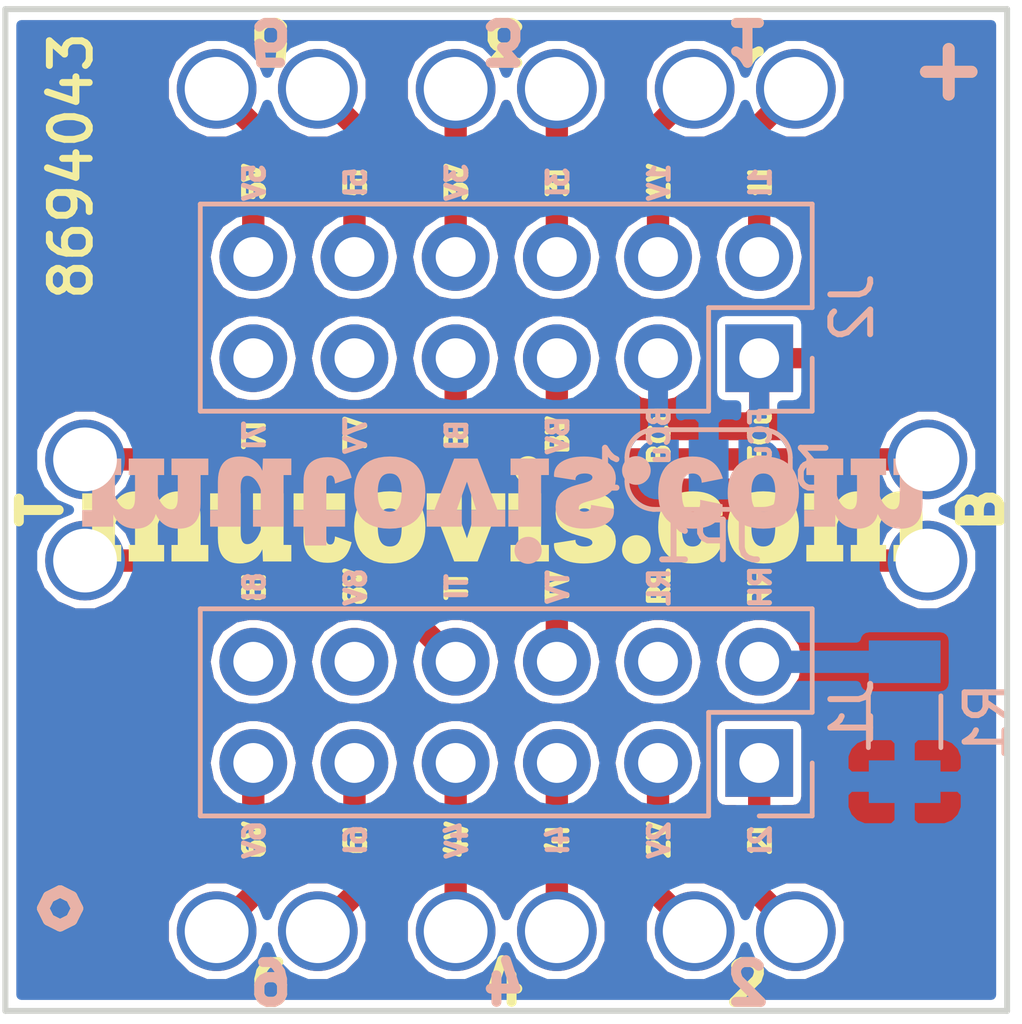
<source format=kicad_pcb>
(kicad_pcb (version 20171130) (host pcbnew 5.0.2)

  (general
    (thickness 1.6)
    (drawings 71)
    (tracks 37)
    (zones 0)
    (modules 22)
    (nets 26)
  )

  (page A4)
  (layers
    (0 F.Cu signal)
    (31 B.Cu signal)
    (32 B.Adhes user)
    (33 F.Adhes user)
    (34 B.Paste user)
    (35 F.Paste user)
    (36 B.SilkS user)
    (37 F.SilkS user)
    (38 B.Mask user)
    (39 F.Mask user)
    (40 Dwgs.User user)
    (41 Cmts.User user)
    (42 Eco1.User user)
    (43 Eco2.User user)
    (44 Edge.Cuts user)
    (45 Margin user)
    (46 B.CrtYd user)
    (47 F.CrtYd user)
    (48 B.Fab user)
    (49 F.Fab user)
  )

  (setup
    (last_trace_width 0.25)
    (user_trace_width 0.2)
    (user_trace_width 0.5)
    (trace_clearance 0.153)
    (zone_clearance 0.2)
    (zone_45_only no)
    (trace_min 0.2)
    (segment_width 0.2)
    (edge_width 0.15)
    (via_size 0.6)
    (via_drill 0.4)
    (via_min_size 0.4)
    (via_min_drill 0.3)
    (uvia_size 0.3)
    (uvia_drill 0.1)
    (uvias_allowed no)
    (uvia_min_size 0.2)
    (uvia_min_drill 0.1)
    (pcb_text_width 0.3)
    (pcb_text_size 1.5 1.5)
    (mod_edge_width 0.15)
    (mod_text_size 1 1)
    (mod_text_width 0.15)
    (pad_size 2 2)
    (pad_drill 1.6)
    (pad_to_mask_clearance 0.2)
    (solder_mask_min_width 0.25)
    (aux_axis_origin 0 0)
    (visible_elements FFFFFF7F)
    (pcbplotparams
      (layerselection 0x010fc_ffffffff)
      (usegerberextensions true)
      (usegerberattributes true)
      (usegerberadvancedattributes false)
      (creategerberjobfile false)
      (excludeedgelayer true)
      (linewidth 0.150000)
      (plotframeref false)
      (viasonmask false)
      (mode 1)
      (useauxorigin true)
      (hpglpennumber 1)
      (hpglpenspeed 20)
      (hpglpendiameter 15.000000)
      (psnegative false)
      (psa4output false)
      (plotreference true)
      (plotvalue true)
      (plotinvisibletext false)
      (padsonsilk false)
      (subtractmaskfromsilk true)
      (outputformat 1)
      (mirror false)
      (drillshape 0)
      (scaleselection 1)
      (outputdirectory "output/"))
  )

  (net 0 "")
  (net 1 /I2)
  (net 2 /V2)
  (net 3 /I4)
  (net 4 /VT)
  (net 5 /V4)
  (net 6 /IT)
  (net 7 /I6)
  (net 8 /V6)
  (net 9 /I1)
  (net 10 /V1)
  (net 11 /I3)
  (net 12 /V3)
  (net 13 /I5)
  (net 14 /V5)
  (net 15 /RH)
  (net 16 /VB)
  (net 17 /IB)
  (net 18 /FCu)
  (net 19 "Net-(J1-Pad10)")
  (net 20 "Net-(J1-Pad12)")
  (net 21 "Net-(J2-Pad9)")
  (net 22 "Net-(J2-Pad11)")
  (net 23 "Net-(J1-Pad4)")
  (net 24 GND)
  (net 25 /BCu)

  (net_class Default "This is the default net class."
    (clearance 0.153)
    (trace_width 0.25)
    (via_dia 0.6)
    (via_drill 0.4)
    (uvia_dia 0.3)
    (uvia_drill 0.1)
    (add_net /BCu)
    (add_net /FCu)
    (add_net /I1)
    (add_net /I2)
    (add_net /I3)
    (add_net /I4)
    (add_net /I5)
    (add_net /I6)
    (add_net /IB)
    (add_net /IT)
    (add_net /RH)
    (add_net /V1)
    (add_net /V2)
    (add_net /V3)
    (add_net /V4)
    (add_net /V5)
    (add_net /V6)
    (add_net /VB)
    (add_net /VT)
    (add_net GND)
    (add_net "Net-(J1-Pad10)")
    (add_net "Net-(J1-Pad12)")
    (add_net "Net-(J1-Pad4)")
    (add_net "Net-(J2-Pad11)")
    (add_net "Net-(J2-Pad9)")
  )

  (module logo:text (layer B.Cu) (tedit 5C1C3C15) (tstamp 5C41AC3E)
    (at 0 0)
    (descr "Imported from refined_output/text.svg")
    (tags svg2mod)
    (path /59BFB10C)
    (attr smd)
    (fp_text reference L1 (at 0 4.40002) (layer B.SilkS) hide
      (effects (font (size 1.524 1.524) (thickness 0.3048)) (justify mirror))
    )
    (fp_text value grey@mutovis.com (at 0 -4.40002) (layer B.SilkS) hide
      (effects (font (size 1.524 1.524) (thickness 0.3048)) (justify mirror))
    )
    (fp_poly (pts (xy 3.307808 -1.349265) (xy 3.351437 -1.341217) (xy 3.393136 -1.328191) (xy 3.432612 -1.31052)
      (xy 3.469442 -1.288517) (xy 3.503282 -1.262511) (xy 3.533815 -1.232819) (xy 3.560617 -1.199768)
      (xy 3.583371 -1.163676) (xy 3.60168 -1.124864) (xy 3.615227 -1.083661) (xy 3.623588 -1.040385)
      (xy 3.626472 -0.995364) (xy 3.623588 -0.949541) (xy 3.615227 -0.905472) (xy 3.60168 -0.863482)
      (xy 3.583371 -0.823914) (xy 3.560617 -0.787094) (xy 3.533815 -0.753365) (xy 3.503282 -0.723044)
      (xy 3.469442 -0.69648) (xy 3.432612 -0.673996) (xy 3.393136 -0.65593) (xy 3.351437 -0.642616)
      (xy 3.307808 -0.63438) (xy 3.26267 -0.631562) (xy 3.217664 -0.63438) (xy 3.174378 -0.642616)
      (xy 3.133209 -0.65593) (xy 3.094421 -0.673996) (xy 3.058358 -0.69648) (xy 3.025338 -0.723044)
      (xy 2.995679 -0.753365) (xy 2.969697 -0.787094) (xy 2.94771 -0.823914) (xy 2.930062 -0.863482)
      (xy 2.917071 -0.905472) (xy 2.909028 -0.949541) (xy 2.906276 -0.995364) (xy 2.909028 -1.040385)
      (xy 2.917071 -1.083661) (xy 2.930062 -1.124864) (xy 2.94771 -1.163676) (xy 2.969697 -1.199768)
      (xy 2.995679 -1.232819) (xy 3.025338 -1.262511) (xy 3.058358 -1.288517) (xy 3.094421 -1.31052)
      (xy 3.133209 -1.328191) (xy 3.174378 -1.341217) (xy 3.217664 -1.349265) (xy 3.26267 -1.35202)
      (xy 3.307808 -1.349265)) (layer B.SilkS) (width 0))
    (fp_poly (pts (xy -6.608405 -1.338624) (xy -6.533131 -1.326887) (xy -6.465451 -1.308551) (xy -6.404967 -1.284614)
      (xy -6.351336 -1.256084) (xy -6.304134 -1.223959) (xy -6.262992 -1.189243) (xy -6.227511 -1.152939)
      (xy -6.197349 -1.116048) (xy -6.172107 -1.079573) (xy -6.151391 -1.044515) (xy -6.134828 -1.011879)
      (xy -6.122022 -0.982661) (xy -6.107205 -1.291962) (xy -5.394418 -1.291962) (xy -5.394418 -0.87683)
      (xy -5.589151 -0.876299) (xy -5.589151 0.418302) (xy -6.357236 0.418302) (xy -6.357236 0.002908)
      (xy -6.162503 0.002908) (xy -6.162503 -0.500328) (xy -6.171446 -0.527155) (xy -6.183061 -0.558076)
      (xy -6.197375 -0.592004) (xy -6.214441 -0.627847) (xy -6.234337 -0.664529) (xy -6.257092 -0.700957)
      (xy -6.282756 -0.736054) (xy -6.311384 -0.768727) (xy -6.343002 -0.797889) (xy -6.377689 -0.822461)
      (xy -6.415498 -0.84136) (xy -6.456455 -0.853492) (xy -6.500641 -0.857778) (xy -6.526517 -0.856032)
      (xy -6.549985 -0.850777) (xy -6.571126 -0.842009) (xy -6.589937 -0.829716) (xy -6.606527 -0.813886)
      (xy -6.620947 -0.794516) (xy -6.633276 -0.771587) (xy -6.643516 -0.745097) (xy -6.651771 -0.715027)
      (xy -6.658094 -0.681372) (xy -6.662513 -0.644124) (xy -6.665132 -0.603267) (xy -6.666005 -0.558799)
      (xy -6.666005 0.418302) (xy -7.433826 0.418302) (xy -7.433826 0.002908) (xy -7.239093 0.002908)
      (xy -7.239093 -0.704587) (xy -7.234013 -0.820633) (xy -7.219434 -0.922212) (xy -7.19623 -1.010228)
      (xy -7.165353 -1.085584) (xy -7.127677 -1.149177) (xy -7.084126 -1.201916) (xy -7.035628 -1.244689)
      (xy -6.983082 -1.278412) (xy -6.927387 -1.303984) (xy -6.869496 -1.322302) (xy -6.810309 -1.334269)
      (xy -6.750725 -1.340788) (xy -6.69167 -1.342759) (xy -6.608405 -1.338624)) (layer B.SilkS) (width 0))
    (fp_poly (pts (xy -0.219024 0.002908) (xy -0.024292 0.002908) (xy -0.024292 0.418302) (xy -0.876776 0.418302)
      (xy -0.876776 0.002908) (xy -0.751893 0.002908) (xy -0.986843 -0.710405) (xy -1.244285 0.002908)
      (xy -1.115695 0.002908) (xy -1.115695 0.418302) (xy -1.997554 0.418302) (xy -1.997554 0.002908)
      (xy -1.806525 0.002908) (xy -1.306724 -1.291962) (xy -0.71882 -1.291962) (xy -0.219024 0.002908)) (layer B.SilkS) (width 0))
    (fp_poly (pts (xy 1.070388 -0.87683) (xy 0.875652 -0.87683) (xy 0.875652 0.418302) (xy 0.052536 0.418302)
      (xy 0.052536 0.002908) (xy 0.302302 0.002908) (xy 0.302302 -0.87683) (xy 0.107567 -0.87683)
      (xy 0.107567 -1.291962) (xy 1.070388 -1.291962) (xy 1.070388 -0.87683)) (layer B.SilkS) (width 0))
    (fp_poly (pts (xy -2.97774 -0.912353) (xy -2.767528 -1.335605) (xy -2.635507 -1.314724) (xy -2.518661 -1.281)
      (xy -2.416286 -1.235314) (xy -2.327677 -1.178556) (xy -2.252123 -1.111598) (xy -2.188932 -1.035326)
      (xy -2.137389 -0.950628) (xy -2.096799 -0.858376) (xy -2.066451 -0.759461) (xy -2.045647 -0.654758)
      (xy -2.033683 -0.545157) (xy -2.029852 -0.431534) (xy -2.033326 -0.323812) (xy -2.044369 -0.218602)
      (xy -2.063888 -0.116961) (xy -2.092799 -0.019962) (xy -2.132013 0.071343) (xy -2.182442 0.155887)
      (xy -2.245003 0.232606) (xy -2.320608 0.300444) (xy -2.410169 0.358324) (xy -2.514603 0.405197)
      (xy -2.634821 0.43999) (xy -2.771735 0.461649) (xy -2.926252 0.469102) (xy -3.077858 0.461887)
      (xy -3.212663 0.440895) (xy -3.331488 0.407073) (xy -3.435125 0.361401) (xy -3.524422 0.304836)
      (xy -3.600146 0.238343) (xy -3.663143 0.162887) (xy -3.714234 0.07943) (xy -3.754186 -0.011064)
      (xy -3.783872 -0.107631) (xy -3.80406 -0.209304) (xy -3.815569 -0.315123) (xy -3.819221 -0.424126)
      (xy -3.815384 -0.535743) (xy -3.803372 -0.644238) (xy -3.782391 -0.748608) (xy -3.751752 -0.847843)
      (xy -3.710636 -0.940921) (xy -3.658354 -1.026841) (xy -3.594113 -1.104586) (xy -3.517146 -1.173145)
      (xy -3.426738 -1.231507) (xy -3.322122 -1.278664) (xy -3.202503 -1.313597) (xy -3.067196 -1.3353)
      (xy -2.915404 -1.342759) (xy -2.767528 -1.335605) (xy -2.97774 -0.912353) (xy -3.025762 -0.900299)
      (xy -3.067354 -0.880998) (xy -3.102941 -0.855098) (xy -3.132944 -0.823239) (xy -3.157789 -0.786073)
      (xy -3.177924 -0.744248) (xy -3.193772 -0.698401) (xy -3.205784 -0.649188) (xy -3.214357 -0.597245)
      (xy -3.219966 -0.543228) (xy -3.223009 -0.487777) (xy -3.223908 -0.431534) (xy -3.223009 -0.376207)
      (xy -3.219966 -0.321756) (xy -3.21441 -0.268809) (xy -3.20589 -0.217972) (xy -3.193984 -0.169865)
      (xy -3.178268 -0.125108) (xy -3.158318 -0.084316) (xy -3.133738 -0.04811) (xy -3.104078 -0.017104)
      (xy -3.068915 0.008088) (xy -3.027852 0.026849) (xy -2.980439 0.038553) (xy -2.926252 0.042594)
      (xy -2.871351 0.038553) (xy -2.823303 0.026821) (xy -2.78171 0.007999) (xy -2.74615 -0.01731)
      (xy -2.716146 -0.048514) (xy -2.691289 -0.085018) (xy -2.671154 -0.126226) (xy -2.6553 -0.171532)
      (xy -2.643299 -0.220342) (xy -2.634716 -0.272059) (xy -2.62912 -0.326084) (xy -2.62608 -0.381827)
      (xy -2.625164 -0.438678) (xy -2.62608 -0.495526) (xy -2.629106 -0.551139) (xy -2.634676 -0.604939)
      (xy -2.643198 -0.656358) (xy -2.655104 -0.704809) (xy -2.670815 -0.749719) (xy -2.690752 -0.79051)
      (xy -2.715353 -0.826613) (xy -2.745012 -0.857439) (xy -2.780149 -0.882418) (xy -2.821239 -0.900976)
      (xy -2.868652 -0.912536) (xy -2.922812 -0.916515) (xy -2.97774 -0.912353)) (layer B.SilkS) (width 0))
    (fp_poly (pts (xy 2.052373 -1.339738) (xy 2.149946 -1.330575) (xy 2.242717 -1.315118) (xy 2.329982 -1.293221)
      (xy 2.411037 -1.264731) (xy 2.485189 -1.229502) (xy 2.551726 -1.187377) (xy 2.609943 -1.13822)
      (xy 2.659155 -1.081869) (xy 2.698657 -1.018179) (xy 2.727735 -0.947001) (xy 2.7457 -0.868184)
      (xy 2.751865 -0.78158) (xy 2.736122 -0.649522) (xy 2.69236 -0.542384) (xy 2.625659 -0.456847)
      (xy 2.541117 -0.38959) (xy 2.443819 -0.3373) (xy 2.338874 -0.296652) (xy 2.231385 -0.26434)
      (xy 2.029142 -0.21142) (xy 1.944592 -0.184185) (xy 1.877886 -0.152) (xy 1.834126 -0.111555)
      (xy 1.818405 -0.059531) (xy 1.81901 -0.048445) (xy 1.820915 -0.037286) (xy 1.824231 -0.02622)
      (xy 1.829086 -0.015409) (xy 1.835595 -0.005021) (xy 1.843884 0.004769) (xy 1.85407 0.013797)
      (xy 1.866273 0.0219) (xy 1.880621 0.028904) (xy 1.897227 0.034641) (xy 1.91621 0.038949)
      (xy 1.9377 0.041654) (xy 1.961806 0.042594) (xy 1.986963 0.04146) (xy 2.009942 0.038161)
      (xy 2.03077 0.032873) (xy 2.049476 0.025763) (xy 2.066092 0.016998) (xy 2.080641 0.006748)
      (xy 2.093161 -0.004815) (xy 2.103676 -0.017524) (xy 2.112208 -0.031206) (xy 2.118802 -0.0457)
      (xy 2.123474 -0.060831) (xy 2.12625 -0.076435) (xy 2.126594 -0.111971) (xy 2.12426 -0.12623)
      (xy 2.123469 -0.12885) (xy 2.696832 -0.030161) (xy 2.703076 0.018056) (xy 2.703976 0.039155)
      (xy 2.698261 0.100553) (xy 2.681645 0.15757) (xy 2.654737 0.210107) (xy 2.618251 0.258076)
      (xy 2.572853 0.301388) (xy 2.519198 0.339949) (xy 2.457969 0.373662) (xy 2.389836 0.402443)
      (xy 2.31548 0.426195) (xy 2.235568 0.444829) (xy 2.150769 0.458254) (xy 2.061763 0.466377)
      (xy 1.969214 0.469102) (xy 1.861487 0.465234) (xy 1.762268 0.453831) (xy 1.671574 0.435177)
      (xy 1.589434 0.409574) (xy 1.515856 0.377316) (xy 1.450864 0.3387) (xy 1.394481 0.29402)
      (xy 1.346716 0.243566) (xy 1.307595 0.18764) (xy 1.277133 0.126528) (xy 1.255353 0.060536)
      (xy 1.242272 -0.010051) (xy 1.237909 -0.084929) (xy 1.253503 -0.219898) (xy 1.296921 -0.330466)
      (xy 1.363094 -0.419705) (xy 1.446972 -0.490687) (xy 1.543497 -0.54648) (xy 1.647611 -0.590154)
      (xy 1.754248 -0.624783) (xy 1.858362 -0.653427) (xy 1.954887 -0.679163) (xy 2.038765 -0.705055)
      (xy 2.104938 -0.73418) (xy 2.148356 -0.769598) (xy 2.16395 -0.814386) (xy 2.162477 -0.829737)
      (xy 2.158169 -0.843803) (xy 2.151197 -0.856593) (xy 2.141739 -0.868115) (xy 2.129962 -0.878381)
      (xy 2.116037 -0.887401) (xy 2.100138 -0.895185) (xy 2.082435 -0.901744) (xy 2.063104 -0.907088)
      (xy 2.042316 -0.911226) (xy 2.020242 -0.914174) (xy 1.997051 -0.915931) (xy 1.972921 -0.916515)
      (xy 1.936446 -0.915375) (xy 1.903288 -0.912044) (xy 1.873382 -0.906662) (xy 1.846657 -0.899365)
      (xy 1.823043 -0.890303) (xy 1.802469 -0.879603) (xy 1.784869 -0.867411) (xy 1.770163 -0.85387)
      (xy 1.758294 -0.839111) (xy 1.749182 -0.823281) (xy 1.74276 -0.806515) (xy 1.738961 -0.788949)
      (xy 1.737942 -0.76733) (xy 1.741411 -0.74877) (xy 1.201129 -0.832642) (xy 1.197636 -0.863064)
      (xy 1.197427 -0.880265) (xy 1.203431 -0.950123) (xy 1.220933 -1.014049) (xy 1.249153 -1.072096)
      (xy 1.287317 -1.124332) (xy 1.334654 -1.170812) (xy 1.390391 -1.211605) (xy 1.45375 -1.24676)
      (xy 1.523963 -1.276341) (xy 1.60025 -1.300413) (xy 1.681842 -1.319031) (xy 1.767964 -1.332252)
      (xy 1.857841 -1.340142) (xy 1.950696 -1.342759) (xy 2.052373 -1.339738)) (layer B.SilkS) (width 0))
    (fp_poly (pts (xy 4.778335 -1.338774) (xy 4.873294 -1.327056) (xy 4.959231 -1.307958) (xy 5.036701 -1.281833)
      (xy 5.106181 -1.249038) (xy 5.168252 -1.209925) (xy 5.223391 -1.164851) (xy 5.272154 -1.114162)
      (xy 5.315016 -1.058224) (xy 5.352534 -0.997383) (xy 5.385237 -0.931991) (xy 5.413626 -0.862411)
      (xy 5.438259 -0.788989) (xy 4.905388 -0.683153) (xy 4.903907 -0.715802) (xy 4.899488 -0.746288)
      (xy 4.892265 -0.774532) (xy 4.882264 -0.800453) (xy 4.86959 -0.82398) (xy 4.854297 -0.84503)
      (xy 4.836517 -0.863527) (xy 4.816277 -0.879394) (xy 4.793681 -0.892552) (xy 4.76881 -0.902918)
      (xy 4.741717 -0.910419) (xy 4.712533 -0.914978) (xy 4.681286 -0.916515) (xy 4.637683 -0.913859)
      (xy 4.598366 -0.905887) (xy 4.563229 -0.892586) (xy 4.532088 -0.873947) (xy 4.504809 -0.849962)
      (xy 4.481288 -0.82062) (xy 4.461338 -0.785909) (xy 4.444854 -0.745819) (xy 4.431678 -0.70034)
      (xy 4.421677 -0.649463) (xy 4.414692 -0.593179) (xy 4.410617 -0.531475) (xy 4.409294 -0.464342)
      (xy 4.409824 -0.407735) (xy 4.411834 -0.351252) (xy 4.415803 -0.295665) (xy 4.422312 -0.241735)
      (xy 4.431837 -0.190228) (xy 4.44496 -0.141915) (xy 4.462158 -0.097558) (xy 4.484013 -0.057924)
      (xy 4.511 -0.023782) (xy 4.543703 0.004107) (xy 4.582623 0.02498) (xy 4.628317 0.038065)
      (xy 4.681286 0.042594) (xy 4.702479 0.041601) (xy 4.723567 0.038509) (xy 4.744257 0.033163)
      (xy 4.764259 0.025396) (xy 4.783309 0.015048) (xy 4.801142 0.001964) (xy 4.817467 -0.014028)
      (xy 4.832046 -0.033075) (xy 4.844561 -0.055349) (xy 4.8548 -0.081009) (xy 4.86242 -0.110219)
      (xy 4.867209 -0.143134) (xy 4.868505 -0.215203) (xy 4.865965 -0.250516) (xy 4.865172 -0.256382)
      (xy 5.427411 -0.143405) (xy 5.430745 -0.10797) (xy 5.431115 -0.077788) (xy 5.425824 -0.000063)
      (xy 5.410293 0.072207) (xy 5.384946 0.138886) (xy 5.350232 0.19984) (xy 5.306576 0.254943)
      (xy 5.254427 0.304058) (xy 5.194207 0.34705) (xy 5.126395 0.383793) (xy 5.051438 0.414151)
      (xy 4.969735 0.437995) (xy 4.881734 0.45519) (xy 4.787913 0.465602) (xy 4.688694 0.469102)
      (xy 4.575691 0.465017) (xy 4.467794 0.452344) (xy 4.365691 0.430463) (xy 4.270097 0.39875)
      (xy 4.181647 0.356586) (xy 4.101055 0.303351) (xy 4.028982 0.23842) (xy 3.966117 0.161175)
      (xy 3.913174 0.070992) (xy 3.870788 -0.032744) (xy 3.839673 -0.150668) (xy 3.820517 -0.283391)
      (xy 3.813982 -0.431534) (xy 3.818692 -0.560349) (xy 3.833006 -0.68029) (xy 3.857056 -0.791108)
      (xy 3.891055 -0.892555) (xy 3.935161 -0.984386) (xy 3.989559 -1.066341) (xy 4.054435 -1.138183)
      (xy 4.129974 -1.199654) (xy 4.21636 -1.250507) (xy 4.313753 -1.290493) (xy 4.422365 -1.319362)
      (xy 4.542327 -1.336867) (xy 4.673878 -1.342759) (xy 4.778335 -1.338774)) (layer B.SilkS) (width 0))
    (fp_poly (pts (xy 6.399728 -0.912353) (xy 6.60994 -1.335605) (xy 6.741941 -1.314724) (xy 6.858807 -1.281)
      (xy 6.961174 -1.235314) (xy 7.049783 -1.178556) (xy 7.125348 -1.111598) (xy 7.188531 -1.035326)
      (xy 7.240072 -0.950628) (xy 7.280659 -0.858376) (xy 7.311006 -0.759461) (xy 7.331803 -0.654758)
      (xy 7.343788 -0.545157) (xy 7.347598 -0.431534) (xy 7.344132 -0.323812) (xy 7.333099 -0.218602)
      (xy 7.313573 -0.116961) (xy 7.284654 -0.019962) (xy 7.245443 0.071343) (xy 7.195013 0.155887)
      (xy 7.132466 0.232606) (xy 7.056848 0.300444) (xy 6.967286 0.358324) (xy 6.862855 0.405197)
      (xy 6.742628 0.43999) (xy 6.605733 0.461649) (xy 6.45119 0.469102) (xy 6.299584 0.461887)
      (xy 6.164778 0.440895) (xy 6.045981 0.407073) (xy 5.942317 0.361401) (xy 5.853046 0.304836)
      (xy 5.777296 0.238343) (xy 5.714299 0.162887) (xy 5.663234 0.07943) (xy 5.623256 -0.011064)
      (xy 5.593596 -0.107631) (xy 5.573408 -0.209304) (xy 5.561899 -0.315123) (xy 5.558221 -0.424126)
      (xy 5.562084 -0.535743) (xy 5.574096 -0.644238) (xy 5.595051 -0.748608) (xy 5.625716 -0.847843)
      (xy 5.666806 -0.940921) (xy 5.719114 -1.026841) (xy 5.783355 -1.104586) (xy 5.860322 -1.173145)
      (xy 5.950731 -1.231507) (xy 6.055347 -1.278664) (xy 6.174938 -1.313597) (xy 6.310273 -1.3353)
      (xy 6.462038 -1.342759) (xy 6.60994 -1.335605) (xy 6.399728 -0.912353) (xy 6.351707 -0.900299)
      (xy 6.310114 -0.880998) (xy 6.274528 -0.855098) (xy 6.244524 -0.823239) (xy 6.219679 -0.786073)
      (xy 6.199545 -0.744248) (xy 6.18367 -0.698401) (xy 6.171684 -0.649188) (xy 6.163085 -0.597245)
      (xy 6.157502 -0.543228) (xy 6.15446 -0.487777) (xy 6.153534 -0.431534) (xy 6.15446 -0.376207)
      (xy 6.157476 -0.321756) (xy 6.163059 -0.268809) (xy 6.171578 -0.217972) (xy 6.183484 -0.169865)
      (xy 6.199201 -0.125108) (xy 6.219124 -0.084316) (xy 6.24373 -0.04811) (xy 6.27339 -0.017104)
      (xy 6.308527 0.008088) (xy 6.349616 0.026849) (xy 6.39703 0.038553) (xy 6.45119 0.042594)
      (xy 6.506117 0.038553) (xy 6.554139 0.026821) (xy 6.595732 0.007999) (xy 6.631318 -0.01731)
      (xy 6.661322 -0.048514) (xy 6.686166 -0.085018) (xy 6.706301 -0.126226) (xy 6.72215 -0.171532)
      (xy 6.734162 -0.220342) (xy 6.742734 -0.272059) (xy 6.748343 -0.326084) (xy 6.751386 -0.381827)
      (xy 6.752286 -0.438678) (xy 6.751386 -0.495526) (xy 6.748343 -0.551139) (xy 6.742787 -0.604939)
      (xy 6.734268 -0.656358) (xy 6.722361 -0.704809) (xy 6.706645 -0.749719) (xy 6.686696 -0.79051)
      (xy 6.662116 -0.826613) (xy 6.632456 -0.857439) (xy 6.597293 -0.882418) (xy 6.556229 -0.900976)
      (xy 6.508816 -0.912536) (xy 6.454629 -0.916515) (xy 6.399728 -0.912353)) (layer B.SilkS) (width 0))
    (fp_poly (pts (xy -9.664184 -0.87683) (xy -9.82214 -0.87683) (xy -9.82214 -0.36592) (xy -9.814044 -0.340607)
      (xy -9.803249 -0.310966) (xy -9.789702 -0.278099) (xy -9.773272 -0.243108) (xy -9.753931 -0.207108)
      (xy -9.731573 -0.171197) (xy -9.706121 -0.136485) (xy -9.677519 -0.104082) (xy -9.645637 -0.075087)
      (xy -9.610421 -0.050609) (xy -9.571792 -0.031755) (xy -9.529696 -0.019635) (xy -9.484003 -0.015348)
      (xy -9.458127 -0.017165) (xy -9.434632 -0.022591) (xy -9.413518 -0.03161) (xy -9.394706 -0.044202)
      (xy -9.37809 -0.060351) (xy -9.36367 -0.080024) (xy -9.351367 -0.10321) (xy -9.341128 -0.129888)
      (xy -9.332873 -0.16003) (xy -9.326549 -0.193615) (xy -9.322104 -0.230633) (xy -9.319485 -0.271049)
      (xy -9.318638 -0.314853) (xy -9.318638 -0.87683) (xy -9.476594 -0.87683) (xy -9.476594 -1.291962)
      (xy -8.58733 -1.291962) (xy -8.58733 -0.87683) (xy -8.745551 -0.87683) (xy -8.745551 -0.355334)
      (xy -8.736661 -0.32954) (xy -8.725231 -0.299973) (xy -8.711181 -0.267642) (xy -8.694433 -0.233572)
      (xy -8.674933 -0.198775) (xy -8.652603 -0.164265) (xy -8.627361 -0.131063) (xy -8.599157 -0.100182)
      (xy -8.567909 -0.072636) (xy -8.53354 -0.049442) (xy -8.496022 -0.031618) (xy -8.455223 -0.020181)
      (xy -8.411117 -0.016143) (xy -8.385188 -0.017891) (xy -8.361667 -0.023144) (xy -8.340527 -0.031909)
      (xy -8.321688 -0.044202) (xy -8.305099 -0.060028) (xy -8.290679 -0.079403) (xy -8.278402 -0.10233)
      (xy -8.268163 -0.128822) (xy -8.259934 -0.158891) (xy -8.253637 -0.192546) (xy -8.249219 -0.229793)
      (xy -8.246599 -0.270646) (xy -8.245753 -0.31512) (xy -8.245753 -0.87683) (xy -8.403709 -0.87683)
      (xy -8.403709 -1.291962) (xy -7.477667 -1.291962) (xy -7.477667 -0.87683) (xy -7.672401 -0.87683)
      (xy -7.672401 -0.169332) (xy -7.677454 -0.053282) (xy -7.692059 0.048307) (xy -7.715263 0.136342)
      (xy -7.74614 0.211721) (xy -7.783817 0.275345) (xy -7.827367 0.328111) (xy -7.875865 0.370918)
      (xy -7.928412 0.404668) (xy -7.984106 0.430269) (xy -8.041971 0.44861) (xy -8.101184 0.460596)
      (xy -8.160769 0.467123) (xy -8.219824 0.469102) (xy -8.306924 0.464475) (xy -8.385321 0.451412)
      (xy -8.455435 0.431116) (xy -8.517718 0.404806) (xy -8.572619 0.373704) (xy -8.620509 0.339015)
      (xy -8.661889 0.301957) (xy -8.697158 0.263746) (xy -8.726739 0.225593) (xy -8.751054 0.188718)
      (xy -8.77058 0.154333) (xy -8.785714 0.123654) (xy -8.79688 0.097892) (xy -8.816194 0.159032)
      (xy -8.840007 0.213789) (xy -8.867947 0.26242) (xy -8.899697 0.305196) (xy -8.934913 0.342362)
      (xy -8.973225 0.374183) (xy -9.014341 0.400922) (xy -9.057891 0.422835) (xy -9.103558 0.440183)
      (xy -9.150972 0.453225) (xy -9.199787 0.462218) (xy -9.249714 0.467427) (xy -9.300382 0.469102)
      (xy -9.382006 0.464964) (xy -9.455904 0.453211) (xy -9.522447 0.43486) (xy -9.582004 0.410897)
      (xy -9.634921 0.382337) (xy -9.681567 0.350185) (xy -9.722287 0.315443) (xy -9.757476 0.279108)
      (xy -9.787427 0.242188) (xy -9.812589 0.205686) (xy -9.833253 0.17061) (xy -9.849816 0.137961)
      (xy -9.862622 0.10874) (xy -9.862622 0.418302) (xy -10.645259 0.418302) (xy -10.645259 0.002908)
      (xy -10.395492 0.002908) (xy -10.395492 -0.87683) (xy -10.590226 -0.87683) (xy -10.590226 -1.291962)
      (xy -9.664184 -1.291962) (xy -9.664184 -0.87683)) (layer B.SilkS) (width 0))
    (fp_poly (pts (xy 8.458742 -0.87683) (xy 8.300786 -0.87683) (xy 8.300786 -0.36592) (xy 8.308882 -0.340607)
      (xy 8.319677 -0.310966) (xy 8.333224 -0.278099) (xy 8.349628 -0.243108) (xy 8.368969 -0.207108)
      (xy 8.391353 -0.171197) (xy 8.416779 -0.136485) (xy 8.445407 -0.104082) (xy 8.47729 -0.075087)
      (xy 8.512506 -0.050609) (xy 8.551108 -0.031755) (xy 8.59323 -0.019635) (xy 8.638924 -0.015348)
      (xy 8.6648 -0.017165) (xy 8.688268 -0.022591) (xy 8.709409 -0.03161) (xy 8.728221 -0.044202)
      (xy 8.74481 -0.060351) (xy 8.759256 -0.080024) (xy 8.771559 -0.10321) (xy 8.781799 -0.129888)
      (xy 8.790054 -0.16003) (xy 8.796377 -0.193615) (xy 8.800796 -0.230633) (xy 8.803415 -0.271049)
      (xy 8.804288 -0.314853) (xy 8.804288 -0.87683) (xy 8.646332 -0.87683) (xy 8.646332 -1.291962)
      (xy 9.535597 -1.291962) (xy 9.535597 -0.87683) (xy 9.377376 -0.87683) (xy 9.377376 -0.355334)
      (xy 9.386266 -0.32954) (xy 9.397696 -0.299973) (xy 9.411745 -0.267642) (xy 9.428493 -0.233572)
      (xy 9.447993 -0.198775) (xy 9.470324 -0.164265) (xy 9.495565 -0.131063) (xy 9.52377 -0.100182)
      (xy 9.555017 -0.072636) (xy 9.58936 -0.049442) (xy 9.626904 -0.031618) (xy 9.667703 -0.020181)
      (xy 9.711809 -0.016143) (xy 9.737738 -0.017891) (xy 9.76126 -0.023144) (xy 9.7824 -0.031909)
      (xy 9.801238 -0.044202) (xy 9.817828 -0.060028) (xy 9.832221 -0.079403) (xy 9.844524 -0.10233)
      (xy 9.854763 -0.128822) (xy 9.862992 -0.158891) (xy 9.869289 -0.192546) (xy 9.873708 -0.229793)
      (xy 9.876327 -0.270646) (xy 9.877174 -0.31512) (xy 9.877174 -0.87683) (xy 9.719217 -0.87683)
      (xy 9.719217 -1.291962) (xy 10.645259 -1.291962) (xy 10.645259 -0.87683) (xy 10.450526 -0.87683)
      (xy 10.450526 -0.169332) (xy 10.445446 -0.053282) (xy 10.430867 0.048307) (xy 10.407663 0.136342)
      (xy 10.376786 0.211721) (xy 10.33911 0.275345) (xy 10.295559 0.328111) (xy 10.247061 0.370918)
      (xy 10.194515 0.404668) (xy 10.13882 0.430269) (xy 10.080929 0.44861) (xy 10.021742 0.460596)
      (xy 9.962158 0.467123) (xy 9.903103 0.469102) (xy 9.816002 0.464475) (xy 9.737606 0.451412)
      (xy 9.667491 0.431116) (xy 9.605182 0.404806) (xy 9.550307 0.373704) (xy 9.502391 0.339015)
      (xy 9.461037 0.301957) (xy 9.425768 0.263746) (xy 9.396188 0.225593) (xy 9.371872 0.188718)
      (xy 9.352346 0.154333) (xy 9.337212 0.123654) (xy 9.326047 0.097892) (xy 9.306706 0.159032)
      (xy 9.282919 0.213789) (xy 9.254953 0.26242) (xy 9.223229 0.305196) (xy 9.188013 0.342362)
      (xy 9.149675 0.374183) (xy 9.108586 0.400922) (xy 9.065035 0.422835) (xy 9.019368 0.440183)
      (xy 8.971955 0.453225) (xy 8.923139 0.462218) (xy 8.873212 0.467427) (xy 8.822544 0.469102)
      (xy 8.740921 0.464964) (xy 8.667022 0.453211) (xy 8.600453 0.43486) (xy 8.540922 0.410897)
      (xy 8.488005 0.382337) (xy 8.441359 0.350185) (xy 8.40064 0.315443) (xy 8.36545 0.279108)
      (xy 8.335473 0.242188) (xy 8.310338 0.205686) (xy 8.289674 0.17061) (xy 8.273111 0.137961)
      (xy 8.260305 0.10874) (xy 8.260305 0.418302) (xy 7.477667 0.418302) (xy 7.477667 0.002908)
      (xy 7.727434 0.002908) (xy 7.727434 -0.87683) (xy 7.532701 -0.87683) (xy 7.532701 -1.291962)
      (xy 8.458742 -1.291962) (xy 8.458742 -0.87683)) (layer B.SilkS) (width 0))
    (fp_poly (pts (xy -4.394822 -1.321857) (xy -4.313568 -1.310255) (xy -4.241681 -1.29147) (xy -4.178472 -1.265958)
      (xy -4.123174 -1.234169) (xy -4.075099 -1.196553) (xy -4.033507 -1.153574) (xy -3.997709 -1.105677)
      (xy -3.966964 -1.053318) (xy -3.940532 -0.996946) (xy -3.917725 -0.937018) (xy -3.897802 -0.873984)
      (xy -3.880048 -0.808303) (xy -4.298884 -0.66278) (xy -4.300815 -0.686241) (xy -4.303302 -0.709423)
      (xy -4.306504 -0.73205) (xy -4.310631 -0.753842) (xy -4.315791 -0.774519) (xy -4.32222 -0.79381)
      (xy -4.330078 -0.811428) (xy -4.339497 -0.827099) (xy -4.350663 -0.840543) (xy -4.36376 -0.851489)
      (xy -4.378973 -0.859648) (xy -4.396436 -0.864747) (xy -4.416359 -0.866512) (xy -4.432472 -0.865615)
      (xy -4.446971 -0.862966) (xy -4.459883 -0.858614) (xy -4.471286 -0.852608) (xy -4.481235 -0.844988)
      (xy -4.489781 -0.835817) (xy -4.496977 -0.825131) (xy -4.502904 -0.812989) (xy -4.50764 -0.799437)
      (xy -4.511186 -0.784523) (xy -4.513673 -0.768293) (xy -4.515101 -0.750804) (xy -4.515578 -0.732101)
      (xy -4.515578 0.002908) (xy -4.045413 0.002908) (xy -4.045413 0.418302) (xy -4.515578 0.418302)
      (xy -4.515578 0.892438) (xy -5.048448 0.892438) (xy -5.081521 0.418302) (xy -5.338961 0.418302)
      (xy -5.338961 0.002908) (xy -5.08893 0.002908) (xy -5.08893 -0.732101) (xy -5.086231 -0.801773)
      (xy -5.077897 -0.870221) (xy -5.063477 -0.936682) (xy -5.042495 -1.000407) (xy -5.014529 -1.060637)
      (xy -4.979128 -1.116609) (xy -4.935868 -1.167578) (xy -4.884301 -1.21278) (xy -4.823949 -1.251459)
      (xy -4.754417 -1.282863) (xy -4.675254 -1.306225) (xy -4.585983 -1.320799) (xy -4.486209 -1.325826)
      (xy -4.394822 -1.321857)) (layer B.SilkS) (width 0))
    (fp_poly (pts (xy 0.59195 0.674985) (xy 0.63354 0.682812) (xy 0.673097 0.695459) (xy 0.710322 0.712582)
      (xy 0.744908 0.733863) (xy 0.77656 0.758964) (xy 0.804968 0.787555) (xy 0.829834 0.819307)
      (xy 0.85086 0.853891) (xy 0.867735 0.890967) (xy 0.880166 0.930213) (xy 0.887846 0.971292)
      (xy 0.890468 1.013882) (xy 0.887846 1.056408) (xy 0.880166 1.097332) (xy 0.867735 1.136331)
      (xy 0.85086 1.173098) (xy 0.829834 1.207316) (xy 0.804968 1.238683) (xy 0.77656 1.266877)
      (xy 0.744908 1.291594) (xy 0.710322 1.312515) (xy 0.673097 1.329329) (xy 0.63354 1.341725)
      (xy 0.59195 1.349395) (xy 0.548629 1.35202) (xy 0.506037 1.349395) (xy 0.464947 1.341725)
      (xy 0.42568 1.329329) (xy 0.388578 1.312515) (xy 0.35397 1.291594) (xy 0.322191 1.266877)
      (xy 0.293566 1.238683) (xy 0.268436 1.207316) (xy 0.247131 1.173098) (xy 0.229981 1.136331)
      (xy 0.217316 1.097332) (xy 0.209475 1.056408) (xy 0.206786 1.013882) (xy 0.209475 0.971292)
      (xy 0.217316 0.930213) (xy 0.229981 0.890967) (xy 0.247131 0.853891) (xy 0.268436 0.819307)
      (xy 0.293566 0.787555) (xy 0.322191 0.758964) (xy 0.35397 0.733863) (xy 0.388578 0.712582)
      (xy 0.42568 0.695459) (xy 0.464947 0.682812) (xy 0.506037 0.674985) (xy 0.548629 0.672305)
      (xy 0.59195 0.674985)) (layer B.SilkS) (width 0))
  )

  (module myParts:S25-022+P25-4023 (layer F.Cu) (tedit 5A01F89E) (tstamp 58E52FE7)
    (at -4.73 -10.573 90)
    (path /58E4CA77)
    (fp_text reference TP16 (at 0 1.778 90) (layer F.SilkS) hide
      (effects (font (size 1 1) (thickness 0.15)))
    )
    (fp_text value TEST (at 0 -0.5 90) (layer F.Fab) hide
      (effects (font (size 1 1) (thickness 0.15)))
    )
    (pad 1 thru_hole circle (at 0 0 90) (size 2 2) (drill 1.6) (layers *.Cu *.Mask)
      (net 13 /I5))
    (model ${KIPRJMOD}/sharedLibs/myparts.3dshapes/S25-022+P25-4023.step
      (offset (xyz 0 0 5.499999917398286))
      (scale (xyz 1 1 1))
      (rotate (xyz -90 0 0))
    )
  )

  (module myParts:S25-022+P25-4023 (layer F.Cu) (tedit 5A01F898) (tstamp 58E52FE3)
    (at -7.27 -10.573 90)
    (path /58E4CA7D)
    (fp_text reference TP15 (at 0 1.778 90) (layer F.SilkS) hide
      (effects (font (size 1 1) (thickness 0.15)))
    )
    (fp_text value TEST (at 0 -0.5 90) (layer F.Fab) hide
      (effects (font (size 1 1) (thickness 0.15)))
    )
    (pad 1 thru_hole circle (at 0 0 90) (size 2 2) (drill 1.6) (layers *.Cu *.Mask)
      (net 14 /V5))
    (model ${KIPRJMOD}/sharedLibs/myparts.3dshapes/S25-022+P25-4023.step
      (offset (xyz 0 0 5.499999917398286))
      (scale (xyz 1 1 1))
      (rotate (xyz -90 0 0))
    )
  )

  (module myParts:S25-022+P25-4023 (layer F.Cu) (tedit 5A01F949) (tstamp 58E52FD7)
    (at 10.573 -1.27 90)
    (path /58E4C3ED)
    (fp_text reference TP12 (at 0 1.778 90) (layer F.SilkS) hide
      (effects (font (size 1 1) (thickness 0.15)))
    )
    (fp_text value TEST (at 0 -0.5 90) (layer F.Fab) hide
      (effects (font (size 1 1) (thickness 0.15)))
    )
    (pad 1 thru_hole circle (at 0 0 90) (size 2 2) (drill 1.6) (layers *.Cu *.Mask)
      (net 16 /VB))
    (model ${KIPRJMOD}/sharedLibs/myparts.3dshapes/S25-022+P25-4023.step
      (offset (xyz 0 0 5.499999917398286))
      (scale (xyz 1 1 1))
      (rotate (xyz -90 0 0))
    )
  )

  (module myParts:S25-022+P25-4023 (layer F.Cu) (tedit 5A01F91C) (tstamp 58E52FD3)
    (at -10.573 -1.27 90)
    (path /58E4CC49)
    (fp_text reference TP11 (at 0 1.778 90) (layer F.SilkS) hide
      (effects (font (size 1 1) (thickness 0.15)))
    )
    (fp_text value TEST (at 0 -0.5 90) (layer F.Fab) hide
      (effects (font (size 1 1) (thickness 0.15)))
    )
    (pad 1 thru_hole circle (at 0 0 90) (size 2 2) (drill 1.6) (layers *.Cu *.Mask)
      (net 4 /VT))
    (model ${KIPRJMOD}/sharedLibs/myparts.3dshapes/S25-022+P25-4023.step
      (offset (xyz 0 0 5.499999917398286))
      (scale (xyz 1 1 1))
      (rotate (xyz -90 0 0))
    )
  )

  (module myParts:S25-022+P25-4023 (layer F.Cu) (tedit 5A01F92F) (tstamp 58E52FCF)
    (at 10.573 1.27 90)
    (path /58E4C4C8)
    (fp_text reference TP10 (at 0 1.778 90) (layer F.SilkS) hide
      (effects (font (size 1 1) (thickness 0.15)))
    )
    (fp_text value TEST (at 0 -0.5 90) (layer F.Fab) hide
      (effects (font (size 1 1) (thickness 0.15)))
    )
    (pad 1 thru_hole circle (at 0 0 90) (size 2 2) (drill 1.6) (layers *.Cu *.Mask)
      (net 17 /IB))
    (model ${KIPRJMOD}/sharedLibs/myparts.3dshapes/S25-022+P25-4023.step
      (offset (xyz 0 0 5.499999917398286))
      (scale (xyz 1 1 1))
      (rotate (xyz -90 0 0))
    )
  )

  (module myParts:S25-022+P25-4023 (layer F.Cu) (tedit 5A01F925) (tstamp 58E52FCB)
    (at -10.573 1.27 90)
    (path /58E4CC43)
    (fp_text reference TP9 (at 0 1.778 90) (layer F.SilkS) hide
      (effects (font (size 1 1) (thickness 0.15)))
    )
    (fp_text value TEST (at 0 -0.5 90) (layer F.Fab) hide
      (effects (font (size 1 1) (thickness 0.15)))
    )
    (pad 1 thru_hole circle (at 0 0 90) (size 2 2) (drill 1.6) (layers *.Cu *.Mask)
      (net 6 /IT))
    (model ${KIPRJMOD}/sharedLibs/myparts.3dshapes/S25-022+P25-4023.step
      (offset (xyz 0 0 5.499999917398286))
      (scale (xyz 1 1 1))
      (rotate (xyz -90 0 0))
    )
  )

  (module myParts:S25-022+P25-4023 (layer F.Cu) (tedit 5A01F857) (tstamp 58E52FC7)
    (at 7.27 10.573 90)
    (path /58E4C6B7)
    (fp_text reference TP8 (at 0 1.778 90) (layer F.SilkS) hide
      (effects (font (size 1 1) (thickness 0.15)))
    )
    (fp_text value TEST (at 0 -0.5 90) (layer F.Fab) hide
      (effects (font (size 1 1) (thickness 0.15)))
    )
    (pad 1 thru_hole circle (at 0 0 90) (size 2 2) (drill 1.6) (layers *.Cu *.Mask)
      (net 1 /I2))
    (model ${KIPRJMOD}/sharedLibs/myparts.3dshapes/S25-022+P25-4023.step
      (offset (xyz 0 0 5.499999917398286))
      (scale (xyz 1 1 1))
      (rotate (xyz -90 0 0))
    )
  )

  (module myParts:S25-022+P25-4023 (layer F.Cu) (tedit 5A01F7B3) (tstamp 58E52FC3)
    (at 4.73 10.573 90)
    (path /58E4C6BD)
    (fp_text reference TP7 (at 0 1.778 90) (layer F.SilkS) hide
      (effects (font (size 1 1) (thickness 0.15)))
    )
    (fp_text value TEST (at 0 -0.5 90) (layer F.Fab) hide
      (effects (font (size 1 1) (thickness 0.15)))
    )
    (pad 1 thru_hole circle (at 0 0 90) (size 2 2) (drill 1.6) (layers *.Cu *.Mask)
      (net 2 /V2))
    (model ${KIPRJMOD}/sharedLibs/myparts.3dshapes/S25-022+P25-4023.step
      (offset (xyz 0 0 5.499999917398286))
      (scale (xyz 1 1 1))
      (rotate (xyz -90 0 0))
    )
  )

  (module myParts:S25-022+P25-4023 (layer F.Cu) (tedit 5A01F78C) (tstamp 58E52FBF)
    (at 1.27 10.573 90)
    (path /58E4C4F2)
    (fp_text reference TP6 (at 0 1.778 90) (layer F.SilkS) hide
      (effects (font (size 1 1) (thickness 0.15)))
    )
    (fp_text value TEST (at 0 -0.5 90) (layer F.Fab) hide
      (effects (font (size 1 1) (thickness 0.15)))
    )
    (pad 1 thru_hole circle (at 0 0 90) (size 2 2) (drill 1.6) (layers *.Cu *.Mask)
      (net 3 /I4))
    (model ${KIPRJMOD}/sharedLibs/myparts.3dshapes/S25-022+P25-4023.step
      (offset (xyz 0 0 5.499999917398286))
      (scale (xyz 1 1 1))
      (rotate (xyz -90 0 0))
    )
  )

  (module myParts:S25-022+P25-4023 (layer F.Cu) (tedit 5A01F79C) (tstamp 58E52FBB)
    (at -1.27 10.573 90)
    (path /58E4C553)
    (fp_text reference TP5 (at 0 1.778 90) (layer F.SilkS) hide
      (effects (font (size 1 1) (thickness 0.15)))
    )
    (fp_text value TEST (at 0 -0.5 90) (layer F.Fab) hide
      (effects (font (size 1 1) (thickness 0.15)))
    )
    (pad 1 thru_hole circle (at 0 0 90) (size 2 2) (drill 1.6) (layers *.Cu *.Mask)
      (net 5 /V4))
    (model ${KIPRJMOD}/sharedLibs/myparts.3dshapes/S25-022+P25-4023.step
      (offset (xyz 0 0 5.499999917398286))
      (scale (xyz 1 1 1))
      (rotate (xyz -90 0 0))
    )
  )

  (module myParts:S25-022+P25-4023 (layer F.Cu) (tedit 5A01F7A7) (tstamp 58E52FB7)
    (at -4.73 10.573 90)
    (path /58E4C747)
    (fp_text reference TP4 (at 0 1.778 90) (layer F.SilkS) hide
      (effects (font (size 1 1) (thickness 0.15)))
    )
    (fp_text value TEST (at 0 -0.5 90) (layer F.Fab) hide
      (effects (font (size 1 1) (thickness 0.15)))
    )
    (pad 1 thru_hole circle (at 0 0 90) (size 2 2) (drill 1.6) (layers *.Cu *.Mask)
      (net 7 /I6))
    (model ${KIPRJMOD}/sharedLibs/myparts.3dshapes/S25-022+P25-4023.step
      (offset (xyz 0 0 5.499999917398286))
      (scale (xyz 1 1 1))
      (rotate (xyz -90 0 0))
    )
  )

  (module myParts:S25-022+P25-4023 (layer F.Cu) (tedit 5A01F7AD) (tstamp 58E52FB3)
    (at -7.27 10.573 90)
    (path /58E4C74D)
    (fp_text reference TP3 (at 0 1.778 90) (layer F.SilkS) hide
      (effects (font (size 1 1) (thickness 0.15)))
    )
    (fp_text value TEST (at 0 -0.5 90) (layer F.Fab) hide
      (effects (font (size 1 1) (thickness 0.15)))
    )
    (pad 1 thru_hole circle (at 0 0 90) (size 2 2) (drill 1.6) (layers *.Cu *.Mask)
      (net 8 /V6))
    (model ${KIPRJMOD}/sharedLibs/myparts.3dshapes/S25-022+P25-4023.step
      (offset (xyz 0 0 5.499999917398286))
      (scale (xyz 1 1 1))
      (rotate (xyz -90 0 0))
    )
  )

  (module myParts:S25-022+P25-4023 (layer F.Cu) (tedit 5A01F8D9) (tstamp 599D8D18)
    (at -1.27 -10.573 90)
    (path /58E4CA65)
    (fp_text reference TP17 (at 0 1.778 90) (layer F.SilkS) hide
      (effects (font (size 1 1) (thickness 0.15)))
    )
    (fp_text value TEST (at 0 -0.5 90) (layer F.Fab) hide
      (effects (font (size 1 1) (thickness 0.15)))
    )
    (pad 1 thru_hole circle (at 0 0 90) (size 2 2) (drill 1.6) (layers *.Cu *.Mask)
      (net 12 /V3))
    (model ${KIPRJMOD}/sharedLibs/myparts.3dshapes/S25-022+P25-4023.step
      (offset (xyz 0 0 5.499999917398286))
      (scale (xyz 1 1 1))
      (rotate (xyz -90 0 0))
    )
  )

  (module myParts:S25-022+P25-4023 (layer F.Cu) (tedit 5A01F8E2) (tstamp 599D8D1D)
    (at 1.27 -10.573 90)
    (path /58E4CA5F)
    (fp_text reference TP18 (at 0 1.778 90) (layer F.SilkS) hide
      (effects (font (size 1 1) (thickness 0.15)))
    )
    (fp_text value TEST (at 0 -0.5 90) (layer F.Fab) hide
      (effects (font (size 1 1) (thickness 0.15)))
    )
    (pad 1 thru_hole circle (at 0 0 90) (size 2 2) (drill 1.6) (layers *.Cu *.Mask)
      (net 11 /I3))
    (model ${KIPRJMOD}/sharedLibs/myparts.3dshapes/S25-022+P25-4023.step
      (offset (xyz 0 0 5.499999917398286))
      (scale (xyz 1 1 1))
      (rotate (xyz -90 0 0))
    )
  )

  (module myParts:S25-022+P25-4023 (layer F.Cu) (tedit 5A01F8E8) (tstamp 599D8D22)
    (at 4.73 -10.573 90)
    (path /58E4CA71)
    (fp_text reference TP19 (at 0 1.778 90) (layer F.SilkS) hide
      (effects (font (size 1 1) (thickness 0.15)))
    )
    (fp_text value TEST (at 0 -0.5 90) (layer F.Fab) hide
      (effects (font (size 1 1) (thickness 0.15)))
    )
    (pad 1 thru_hole circle (at 0 0 90) (size 2 2) (drill 1.6) (layers *.Cu *.Mask)
      (net 10 /V1))
    (model ${KIPRJMOD}/sharedLibs/myparts.3dshapes/S25-022+P25-4023.step
      (offset (xyz 0 0 5.499999917398286))
      (scale (xyz 1 1 1))
      (rotate (xyz -90 0 0))
    )
  )

  (module myParts:S25-022+P25-4023 (layer F.Cu) (tedit 5A01F8EB) (tstamp 599D8D27)
    (at 7.27 -10.573 90)
    (path /58E4CA6B)
    (fp_text reference TP20 (at 0 1.778 90) (layer F.SilkS) hide
      (effects (font (size 1 1) (thickness 0.15)))
    )
    (fp_text value TEST (at 0 -0.5 90) (layer F.Fab) hide
      (effects (font (size 1 1) (thickness 0.15)))
    )
    (pad 1 thru_hole circle (at 0 0 90) (size 2 2) (drill 1.6) (layers *.Cu *.Mask)
      (net 9 /I1))
    (model ${KIPRJMOD}/sharedLibs/myparts.3dshapes/S25-022+P25-4023.step
      (offset (xyz 0 0 5.499999917398286))
      (scale (xyz 1 1 1))
      (rotate (xyz -90 0 0))
    )
  )

  (module Resistor_SMD:R_1206_3216Metric (layer B.Cu) (tedit 59FE48B8) (tstamp 5B054D06)
    (at 10 5.315 90)
    (descr "Resistor SMD 1206 (3216 Metric), square (rectangular) end terminal, IPC_7351 nominal, (Body size source: http://www.tortai-tech.com/upload/download/2011102023233369053.pdf), generated with kicad-footprint-generator")
    (tags resistor)
    (path /599DBDE1)
    (attr smd)
    (fp_text reference R1 (at 0 2.05 90) (layer B.SilkS)
      (effects (font (size 1 1) (thickness 0.15)) (justify mirror))
    )
    (fp_text value 200k (at 0 -2.05 90) (layer B.Fab)
      (effects (font (size 1 1) (thickness 0.15)) (justify mirror))
    )
    (fp_line (start -1.6 -0.8) (end -1.6 0.8) (layer B.Fab) (width 0.1))
    (fp_line (start -1.6 0.8) (end 1.6 0.8) (layer B.Fab) (width 0.1))
    (fp_line (start 1.6 0.8) (end 1.6 -0.8) (layer B.Fab) (width 0.1))
    (fp_line (start 1.6 -0.8) (end -1.6 -0.8) (layer B.Fab) (width 0.1))
    (fp_line (start -0.65 0.91) (end 0.65 0.91) (layer B.SilkS) (width 0.12))
    (fp_line (start -0.65 -0.91) (end 0.65 -0.91) (layer B.SilkS) (width 0.12))
    (fp_line (start -2.29 -1.15) (end -2.29 1.15) (layer B.CrtYd) (width 0.05))
    (fp_line (start -2.29 1.15) (end 2.29 1.15) (layer B.CrtYd) (width 0.05))
    (fp_line (start 2.29 1.15) (end 2.29 -1.15) (layer B.CrtYd) (width 0.05))
    (fp_line (start 2.29 -1.15) (end -2.29 -1.15) (layer B.CrtYd) (width 0.05))
    (fp_text user %R (at 0 0 90) (layer B.Fab)
      (effects (font (size 0.8 0.8) (thickness 0.12)) (justify mirror))
    )
    (pad 1 smd rect (at -1.505 0 90) (size 1.07 1.8) (layers B.Cu B.Paste B.Mask)
      (net 24 GND))
    (pad 2 smd rect (at 1.505 0 90) (size 1.07 1.8) (layers B.Cu B.Paste B.Mask)
      (net 15 /RH))
    (model ${KISYS3DMOD}/Resistor_SMD.3dshapes/R_1206_3216Metric.wrl
      (at (xyz 0 0 0))
      (scale (xyz 1 1 1))
      (rotate (xyz 0 0 0))
    )
  )

  (module logo:text (layer F.Cu) (tedit 5C1C3C15) (tstamp 5C403F73)
    (at 0 0)
    (descr "Imported from refined_output/text.svg")
    (tags svg2mod)
    (path /59BFB10C)
    (attr smd)
    (fp_text reference L1 (at 0 -4.40002) (layer F.SilkS) hide
      (effects (font (size 1.524 1.524) (thickness 0.3048)))
    )
    (fp_text value grey@mutovis.com (at 0 4.40002) (layer F.SilkS) hide
      (effects (font (size 1.524 1.524) (thickness 0.3048)))
    )
    (fp_poly (pts (xy 0.59195 -0.674985) (xy 0.63354 -0.682812) (xy 0.673097 -0.695459) (xy 0.710322 -0.712582)
      (xy 0.744908 -0.733863) (xy 0.77656 -0.758964) (xy 0.804968 -0.787555) (xy 0.829834 -0.819307)
      (xy 0.85086 -0.853891) (xy 0.867735 -0.890967) (xy 0.880166 -0.930213) (xy 0.887846 -0.971292)
      (xy 0.890468 -1.013882) (xy 0.887846 -1.056408) (xy 0.880166 -1.097332) (xy 0.867735 -1.136331)
      (xy 0.85086 -1.173098) (xy 0.829834 -1.207316) (xy 0.804968 -1.238683) (xy 0.77656 -1.266877)
      (xy 0.744908 -1.291594) (xy 0.710322 -1.312515) (xy 0.673097 -1.329329) (xy 0.63354 -1.341725)
      (xy 0.59195 -1.349395) (xy 0.548629 -1.35202) (xy 0.506037 -1.349395) (xy 0.464947 -1.341725)
      (xy 0.42568 -1.329329) (xy 0.388578 -1.312515) (xy 0.35397 -1.291594) (xy 0.322191 -1.266877)
      (xy 0.293566 -1.238683) (xy 0.268436 -1.207316) (xy 0.247131 -1.173098) (xy 0.229981 -1.136331)
      (xy 0.217316 -1.097332) (xy 0.209475 -1.056408) (xy 0.206786 -1.013882) (xy 0.209475 -0.971292)
      (xy 0.217316 -0.930213) (xy 0.229981 -0.890967) (xy 0.247131 -0.853891) (xy 0.268436 -0.819307)
      (xy 0.293566 -0.787555) (xy 0.322191 -0.758964) (xy 0.35397 -0.733863) (xy 0.388578 -0.712582)
      (xy 0.42568 -0.695459) (xy 0.464947 -0.682812) (xy 0.506037 -0.674985) (xy 0.548629 -0.672305)
      (xy 0.59195 -0.674985)) (layer F.SilkS) (width 0))
    (fp_poly (pts (xy -4.394822 1.321857) (xy -4.313568 1.310255) (xy -4.241681 1.29147) (xy -4.178472 1.265958)
      (xy -4.123174 1.234169) (xy -4.075099 1.196553) (xy -4.033507 1.153574) (xy -3.997709 1.105677)
      (xy -3.966964 1.053318) (xy -3.940532 0.996946) (xy -3.917725 0.937018) (xy -3.897802 0.873984)
      (xy -3.880048 0.808303) (xy -4.298884 0.66278) (xy -4.300815 0.686241) (xy -4.303302 0.709423)
      (xy -4.306504 0.73205) (xy -4.310631 0.753842) (xy -4.315791 0.774519) (xy -4.32222 0.79381)
      (xy -4.330078 0.811428) (xy -4.339497 0.827099) (xy -4.350663 0.840543) (xy -4.36376 0.851489)
      (xy -4.378973 0.859648) (xy -4.396436 0.864747) (xy -4.416359 0.866512) (xy -4.432472 0.865615)
      (xy -4.446971 0.862966) (xy -4.459883 0.858614) (xy -4.471286 0.852608) (xy -4.481235 0.844988)
      (xy -4.489781 0.835817) (xy -4.496977 0.825131) (xy -4.502904 0.812989) (xy -4.50764 0.799437)
      (xy -4.511186 0.784523) (xy -4.513673 0.768293) (xy -4.515101 0.750804) (xy -4.515578 0.732101)
      (xy -4.515578 -0.002908) (xy -4.045413 -0.002908) (xy -4.045413 -0.418302) (xy -4.515578 -0.418302)
      (xy -4.515578 -0.892438) (xy -5.048448 -0.892438) (xy -5.081521 -0.418302) (xy -5.338961 -0.418302)
      (xy -5.338961 -0.002908) (xy -5.08893 -0.002908) (xy -5.08893 0.732101) (xy -5.086231 0.801773)
      (xy -5.077897 0.870221) (xy -5.063477 0.936682) (xy -5.042495 1.000407) (xy -5.014529 1.060637)
      (xy -4.979128 1.116609) (xy -4.935868 1.167578) (xy -4.884301 1.21278) (xy -4.823949 1.251459)
      (xy -4.754417 1.282863) (xy -4.675254 1.306225) (xy -4.585983 1.320799) (xy -4.486209 1.325826)
      (xy -4.394822 1.321857)) (layer F.SilkS) (width 0))
    (fp_poly (pts (xy 8.458742 0.87683) (xy 8.300786 0.87683) (xy 8.300786 0.36592) (xy 8.308882 0.340607)
      (xy 8.319677 0.310966) (xy 8.333224 0.278099) (xy 8.349628 0.243108) (xy 8.368969 0.207108)
      (xy 8.391353 0.171197) (xy 8.416779 0.136485) (xy 8.445407 0.104082) (xy 8.47729 0.075087)
      (xy 8.512506 0.050609) (xy 8.551108 0.031755) (xy 8.59323 0.019635) (xy 8.638924 0.015348)
      (xy 8.6648 0.017165) (xy 8.688268 0.022591) (xy 8.709409 0.03161) (xy 8.728221 0.044202)
      (xy 8.74481 0.060351) (xy 8.759256 0.080024) (xy 8.771559 0.10321) (xy 8.781799 0.129888)
      (xy 8.790054 0.16003) (xy 8.796377 0.193615) (xy 8.800796 0.230633) (xy 8.803415 0.271049)
      (xy 8.804288 0.314853) (xy 8.804288 0.87683) (xy 8.646332 0.87683) (xy 8.646332 1.291962)
      (xy 9.535597 1.291962) (xy 9.535597 0.87683) (xy 9.377376 0.87683) (xy 9.377376 0.355334)
      (xy 9.386266 0.32954) (xy 9.397696 0.299973) (xy 9.411745 0.267642) (xy 9.428493 0.233572)
      (xy 9.447993 0.198775) (xy 9.470324 0.164265) (xy 9.495565 0.131063) (xy 9.52377 0.100182)
      (xy 9.555017 0.072636) (xy 9.58936 0.049442) (xy 9.626904 0.031618) (xy 9.667703 0.020181)
      (xy 9.711809 0.016143) (xy 9.737738 0.017891) (xy 9.76126 0.023144) (xy 9.7824 0.031909)
      (xy 9.801238 0.044202) (xy 9.817828 0.060028) (xy 9.832221 0.079403) (xy 9.844524 0.10233)
      (xy 9.854763 0.128822) (xy 9.862992 0.158891) (xy 9.869289 0.192546) (xy 9.873708 0.229793)
      (xy 9.876327 0.270646) (xy 9.877174 0.31512) (xy 9.877174 0.87683) (xy 9.719217 0.87683)
      (xy 9.719217 1.291962) (xy 10.645259 1.291962) (xy 10.645259 0.87683) (xy 10.450526 0.87683)
      (xy 10.450526 0.169332) (xy 10.445446 0.053282) (xy 10.430867 -0.048307) (xy 10.407663 -0.136342)
      (xy 10.376786 -0.211721) (xy 10.33911 -0.275345) (xy 10.295559 -0.328111) (xy 10.247061 -0.370918)
      (xy 10.194515 -0.404668) (xy 10.13882 -0.430269) (xy 10.080929 -0.44861) (xy 10.021742 -0.460596)
      (xy 9.962158 -0.467123) (xy 9.903103 -0.469102) (xy 9.816002 -0.464475) (xy 9.737606 -0.451412)
      (xy 9.667491 -0.431116) (xy 9.605182 -0.404806) (xy 9.550307 -0.373704) (xy 9.502391 -0.339015)
      (xy 9.461037 -0.301957) (xy 9.425768 -0.263746) (xy 9.396188 -0.225593) (xy 9.371872 -0.188718)
      (xy 9.352346 -0.154333) (xy 9.337212 -0.123654) (xy 9.326047 -0.097892) (xy 9.306706 -0.159032)
      (xy 9.282919 -0.213789) (xy 9.254953 -0.26242) (xy 9.223229 -0.305196) (xy 9.188013 -0.342362)
      (xy 9.149675 -0.374183) (xy 9.108586 -0.400922) (xy 9.065035 -0.422835) (xy 9.019368 -0.440183)
      (xy 8.971955 -0.453225) (xy 8.923139 -0.462218) (xy 8.873212 -0.467427) (xy 8.822544 -0.469102)
      (xy 8.740921 -0.464964) (xy 8.667022 -0.453211) (xy 8.600453 -0.43486) (xy 8.540922 -0.410897)
      (xy 8.488005 -0.382337) (xy 8.441359 -0.350185) (xy 8.40064 -0.315443) (xy 8.36545 -0.279108)
      (xy 8.335473 -0.242188) (xy 8.310338 -0.205686) (xy 8.289674 -0.17061) (xy 8.273111 -0.137961)
      (xy 8.260305 -0.10874) (xy 8.260305 -0.418302) (xy 7.477667 -0.418302) (xy 7.477667 -0.002908)
      (xy 7.727434 -0.002908) (xy 7.727434 0.87683) (xy 7.532701 0.87683) (xy 7.532701 1.291962)
      (xy 8.458742 1.291962) (xy 8.458742 0.87683)) (layer F.SilkS) (width 0))
    (fp_poly (pts (xy -9.664184 0.87683) (xy -9.82214 0.87683) (xy -9.82214 0.36592) (xy -9.814044 0.340607)
      (xy -9.803249 0.310966) (xy -9.789702 0.278099) (xy -9.773272 0.243108) (xy -9.753931 0.207108)
      (xy -9.731573 0.171197) (xy -9.706121 0.136485) (xy -9.677519 0.104082) (xy -9.645637 0.075087)
      (xy -9.610421 0.050609) (xy -9.571792 0.031755) (xy -9.529696 0.019635) (xy -9.484003 0.015348)
      (xy -9.458127 0.017165) (xy -9.434632 0.022591) (xy -9.413518 0.03161) (xy -9.394706 0.044202)
      (xy -9.37809 0.060351) (xy -9.36367 0.080024) (xy -9.351367 0.10321) (xy -9.341128 0.129888)
      (xy -9.332873 0.16003) (xy -9.326549 0.193615) (xy -9.322104 0.230633) (xy -9.319485 0.271049)
      (xy -9.318638 0.314853) (xy -9.318638 0.87683) (xy -9.476594 0.87683) (xy -9.476594 1.291962)
      (xy -8.58733 1.291962) (xy -8.58733 0.87683) (xy -8.745551 0.87683) (xy -8.745551 0.355334)
      (xy -8.736661 0.32954) (xy -8.725231 0.299973) (xy -8.711181 0.267642) (xy -8.694433 0.233572)
      (xy -8.674933 0.198775) (xy -8.652603 0.164265) (xy -8.627361 0.131063) (xy -8.599157 0.100182)
      (xy -8.567909 0.072636) (xy -8.53354 0.049442) (xy -8.496022 0.031618) (xy -8.455223 0.020181)
      (xy -8.411117 0.016143) (xy -8.385188 0.017891) (xy -8.361667 0.023144) (xy -8.340527 0.031909)
      (xy -8.321688 0.044202) (xy -8.305099 0.060028) (xy -8.290679 0.079403) (xy -8.278402 0.10233)
      (xy -8.268163 0.128822) (xy -8.259934 0.158891) (xy -8.253637 0.192546) (xy -8.249219 0.229793)
      (xy -8.246599 0.270646) (xy -8.245753 0.31512) (xy -8.245753 0.87683) (xy -8.403709 0.87683)
      (xy -8.403709 1.291962) (xy -7.477667 1.291962) (xy -7.477667 0.87683) (xy -7.672401 0.87683)
      (xy -7.672401 0.169332) (xy -7.677454 0.053282) (xy -7.692059 -0.048307) (xy -7.715263 -0.136342)
      (xy -7.74614 -0.211721) (xy -7.783817 -0.275345) (xy -7.827367 -0.328111) (xy -7.875865 -0.370918)
      (xy -7.928412 -0.404668) (xy -7.984106 -0.430269) (xy -8.041971 -0.44861) (xy -8.101184 -0.460596)
      (xy -8.160769 -0.467123) (xy -8.219824 -0.469102) (xy -8.306924 -0.464475) (xy -8.385321 -0.451412)
      (xy -8.455435 -0.431116) (xy -8.517718 -0.404806) (xy -8.572619 -0.373704) (xy -8.620509 -0.339015)
      (xy -8.661889 -0.301957) (xy -8.697158 -0.263746) (xy -8.726739 -0.225593) (xy -8.751054 -0.188718)
      (xy -8.77058 -0.154333) (xy -8.785714 -0.123654) (xy -8.79688 -0.097892) (xy -8.816194 -0.159032)
      (xy -8.840007 -0.213789) (xy -8.867947 -0.26242) (xy -8.899697 -0.305196) (xy -8.934913 -0.342362)
      (xy -8.973225 -0.374183) (xy -9.014341 -0.400922) (xy -9.057891 -0.422835) (xy -9.103558 -0.440183)
      (xy -9.150972 -0.453225) (xy -9.199787 -0.462218) (xy -9.249714 -0.467427) (xy -9.300382 -0.469102)
      (xy -9.382006 -0.464964) (xy -9.455904 -0.453211) (xy -9.522447 -0.43486) (xy -9.582004 -0.410897)
      (xy -9.634921 -0.382337) (xy -9.681567 -0.350185) (xy -9.722287 -0.315443) (xy -9.757476 -0.279108)
      (xy -9.787427 -0.242188) (xy -9.812589 -0.205686) (xy -9.833253 -0.17061) (xy -9.849816 -0.137961)
      (xy -9.862622 -0.10874) (xy -9.862622 -0.418302) (xy -10.645259 -0.418302) (xy -10.645259 -0.002908)
      (xy -10.395492 -0.002908) (xy -10.395492 0.87683) (xy -10.590226 0.87683) (xy -10.590226 1.291962)
      (xy -9.664184 1.291962) (xy -9.664184 0.87683)) (layer F.SilkS) (width 0))
    (fp_poly (pts (xy 6.399728 0.912353) (xy 6.60994 1.335605) (xy 6.741941 1.314724) (xy 6.858807 1.281)
      (xy 6.961174 1.235314) (xy 7.049783 1.178556) (xy 7.125348 1.111598) (xy 7.188531 1.035326)
      (xy 7.240072 0.950628) (xy 7.280659 0.858376) (xy 7.311006 0.759461) (xy 7.331803 0.654758)
      (xy 7.343788 0.545157) (xy 7.347598 0.431534) (xy 7.344132 0.323812) (xy 7.333099 0.218602)
      (xy 7.313573 0.116961) (xy 7.284654 0.019962) (xy 7.245443 -0.071343) (xy 7.195013 -0.155887)
      (xy 7.132466 -0.232606) (xy 7.056848 -0.300444) (xy 6.967286 -0.358324) (xy 6.862855 -0.405197)
      (xy 6.742628 -0.43999) (xy 6.605733 -0.461649) (xy 6.45119 -0.469102) (xy 6.299584 -0.461887)
      (xy 6.164778 -0.440895) (xy 6.045981 -0.407073) (xy 5.942317 -0.361401) (xy 5.853046 -0.304836)
      (xy 5.777296 -0.238343) (xy 5.714299 -0.162887) (xy 5.663234 -0.07943) (xy 5.623256 0.011064)
      (xy 5.593596 0.107631) (xy 5.573408 0.209304) (xy 5.561899 0.315123) (xy 5.558221 0.424126)
      (xy 5.562084 0.535743) (xy 5.574096 0.644238) (xy 5.595051 0.748608) (xy 5.625716 0.847843)
      (xy 5.666806 0.940921) (xy 5.719114 1.026841) (xy 5.783355 1.104586) (xy 5.860322 1.173145)
      (xy 5.950731 1.231507) (xy 6.055347 1.278664) (xy 6.174938 1.313597) (xy 6.310273 1.3353)
      (xy 6.462038 1.342759) (xy 6.60994 1.335605) (xy 6.399728 0.912353) (xy 6.351707 0.900299)
      (xy 6.310114 0.880998) (xy 6.274528 0.855098) (xy 6.244524 0.823239) (xy 6.219679 0.786073)
      (xy 6.199545 0.744248) (xy 6.18367 0.698401) (xy 6.171684 0.649188) (xy 6.163085 0.597245)
      (xy 6.157502 0.543228) (xy 6.15446 0.487777) (xy 6.153534 0.431534) (xy 6.15446 0.376207)
      (xy 6.157476 0.321756) (xy 6.163059 0.268809) (xy 6.171578 0.217972) (xy 6.183484 0.169865)
      (xy 6.199201 0.125108) (xy 6.219124 0.084316) (xy 6.24373 0.04811) (xy 6.27339 0.017104)
      (xy 6.308527 -0.008088) (xy 6.349616 -0.026849) (xy 6.39703 -0.038553) (xy 6.45119 -0.042594)
      (xy 6.506117 -0.038553) (xy 6.554139 -0.026821) (xy 6.595732 -0.007999) (xy 6.631318 0.01731)
      (xy 6.661322 0.048514) (xy 6.686166 0.085018) (xy 6.706301 0.126226) (xy 6.72215 0.171532)
      (xy 6.734162 0.220342) (xy 6.742734 0.272059) (xy 6.748343 0.326084) (xy 6.751386 0.381827)
      (xy 6.752286 0.438678) (xy 6.751386 0.495526) (xy 6.748343 0.551139) (xy 6.742787 0.604939)
      (xy 6.734268 0.656358) (xy 6.722361 0.704809) (xy 6.706645 0.749719) (xy 6.686696 0.79051)
      (xy 6.662116 0.826613) (xy 6.632456 0.857439) (xy 6.597293 0.882418) (xy 6.556229 0.900976)
      (xy 6.508816 0.912536) (xy 6.454629 0.916515) (xy 6.399728 0.912353)) (layer F.SilkS) (width 0))
    (fp_poly (pts (xy 4.778335 1.338774) (xy 4.873294 1.327056) (xy 4.959231 1.307958) (xy 5.036701 1.281833)
      (xy 5.106181 1.249038) (xy 5.168252 1.209925) (xy 5.223391 1.164851) (xy 5.272154 1.114162)
      (xy 5.315016 1.058224) (xy 5.352534 0.997383) (xy 5.385237 0.931991) (xy 5.413626 0.862411)
      (xy 5.438259 0.788989) (xy 4.905388 0.683153) (xy 4.903907 0.715802) (xy 4.899488 0.746288)
      (xy 4.892265 0.774532) (xy 4.882264 0.800453) (xy 4.86959 0.82398) (xy 4.854297 0.84503)
      (xy 4.836517 0.863527) (xy 4.816277 0.879394) (xy 4.793681 0.892552) (xy 4.76881 0.902918)
      (xy 4.741717 0.910419) (xy 4.712533 0.914978) (xy 4.681286 0.916515) (xy 4.637683 0.913859)
      (xy 4.598366 0.905887) (xy 4.563229 0.892586) (xy 4.532088 0.873947) (xy 4.504809 0.849962)
      (xy 4.481288 0.82062) (xy 4.461338 0.785909) (xy 4.444854 0.745819) (xy 4.431678 0.70034)
      (xy 4.421677 0.649463) (xy 4.414692 0.593179) (xy 4.410617 0.531475) (xy 4.409294 0.464342)
      (xy 4.409824 0.407735) (xy 4.411834 0.351252) (xy 4.415803 0.295665) (xy 4.422312 0.241735)
      (xy 4.431837 0.190228) (xy 4.44496 0.141915) (xy 4.462158 0.097558) (xy 4.484013 0.057924)
      (xy 4.511 0.023782) (xy 4.543703 -0.004107) (xy 4.582623 -0.02498) (xy 4.628317 -0.038065)
      (xy 4.681286 -0.042594) (xy 4.702479 -0.041601) (xy 4.723567 -0.038509) (xy 4.744257 -0.033163)
      (xy 4.764259 -0.025396) (xy 4.783309 -0.015048) (xy 4.801142 -0.001964) (xy 4.817467 0.014028)
      (xy 4.832046 0.033075) (xy 4.844561 0.055349) (xy 4.8548 0.081009) (xy 4.86242 0.110219)
      (xy 4.867209 0.143134) (xy 4.868505 0.215203) (xy 4.865965 0.250516) (xy 4.865172 0.256382)
      (xy 5.427411 0.143405) (xy 5.430745 0.10797) (xy 5.431115 0.077788) (xy 5.425824 0.000063)
      (xy 5.410293 -0.072207) (xy 5.384946 -0.138886) (xy 5.350232 -0.19984) (xy 5.306576 -0.254943)
      (xy 5.254427 -0.304058) (xy 5.194207 -0.34705) (xy 5.126395 -0.383793) (xy 5.051438 -0.414151)
      (xy 4.969735 -0.437995) (xy 4.881734 -0.45519) (xy 4.787913 -0.465602) (xy 4.688694 -0.469102)
      (xy 4.575691 -0.465017) (xy 4.467794 -0.452344) (xy 4.365691 -0.430463) (xy 4.270097 -0.39875)
      (xy 4.181647 -0.356586) (xy 4.101055 -0.303351) (xy 4.028982 -0.23842) (xy 3.966117 -0.161175)
      (xy 3.913174 -0.070992) (xy 3.870788 0.032744) (xy 3.839673 0.150668) (xy 3.820517 0.283391)
      (xy 3.813982 0.431534) (xy 3.818692 0.560349) (xy 3.833006 0.68029) (xy 3.857056 0.791108)
      (xy 3.891055 0.892555) (xy 3.935161 0.984386) (xy 3.989559 1.066341) (xy 4.054435 1.138183)
      (xy 4.129974 1.199654) (xy 4.21636 1.250507) (xy 4.313753 1.290493) (xy 4.422365 1.319362)
      (xy 4.542327 1.336867) (xy 4.673878 1.342759) (xy 4.778335 1.338774)) (layer F.SilkS) (width 0))
    (fp_poly (pts (xy 2.052373 1.339738) (xy 2.149946 1.330575) (xy 2.242717 1.315118) (xy 2.329982 1.293221)
      (xy 2.411037 1.264731) (xy 2.485189 1.229502) (xy 2.551726 1.187377) (xy 2.609943 1.13822)
      (xy 2.659155 1.081869) (xy 2.698657 1.018179) (xy 2.727735 0.947001) (xy 2.7457 0.868184)
      (xy 2.751865 0.78158) (xy 2.736122 0.649522) (xy 2.69236 0.542384) (xy 2.625659 0.456847)
      (xy 2.541117 0.38959) (xy 2.443819 0.3373) (xy 2.338874 0.296652) (xy 2.231385 0.26434)
      (xy 2.029142 0.21142) (xy 1.944592 0.184185) (xy 1.877886 0.152) (xy 1.834126 0.111555)
      (xy 1.818405 0.059531) (xy 1.81901 0.048445) (xy 1.820915 0.037286) (xy 1.824231 0.02622)
      (xy 1.829086 0.015409) (xy 1.835595 0.005021) (xy 1.843884 -0.004769) (xy 1.85407 -0.013797)
      (xy 1.866273 -0.0219) (xy 1.880621 -0.028904) (xy 1.897227 -0.034641) (xy 1.91621 -0.038949)
      (xy 1.9377 -0.041654) (xy 1.961806 -0.042594) (xy 1.986963 -0.04146) (xy 2.009942 -0.038161)
      (xy 2.03077 -0.032873) (xy 2.049476 -0.025763) (xy 2.066092 -0.016998) (xy 2.080641 -0.006748)
      (xy 2.093161 0.004815) (xy 2.103676 0.017524) (xy 2.112208 0.031206) (xy 2.118802 0.0457)
      (xy 2.123474 0.060831) (xy 2.12625 0.076435) (xy 2.126594 0.111971) (xy 2.12426 0.12623)
      (xy 2.123469 0.12885) (xy 2.696832 0.030161) (xy 2.703076 -0.018056) (xy 2.703976 -0.039155)
      (xy 2.698261 -0.100553) (xy 2.681645 -0.15757) (xy 2.654737 -0.210107) (xy 2.618251 -0.258076)
      (xy 2.572853 -0.301388) (xy 2.519198 -0.339949) (xy 2.457969 -0.373662) (xy 2.389836 -0.402443)
      (xy 2.31548 -0.426195) (xy 2.235568 -0.444829) (xy 2.150769 -0.458254) (xy 2.061763 -0.466377)
      (xy 1.969214 -0.469102) (xy 1.861487 -0.465234) (xy 1.762268 -0.453831) (xy 1.671574 -0.435177)
      (xy 1.589434 -0.409574) (xy 1.515856 -0.377316) (xy 1.450864 -0.3387) (xy 1.394481 -0.29402)
      (xy 1.346716 -0.243566) (xy 1.307595 -0.18764) (xy 1.277133 -0.126528) (xy 1.255353 -0.060536)
      (xy 1.242272 0.010051) (xy 1.237909 0.084929) (xy 1.253503 0.219898) (xy 1.296921 0.330466)
      (xy 1.363094 0.419705) (xy 1.446972 0.490687) (xy 1.543497 0.54648) (xy 1.647611 0.590154)
      (xy 1.754248 0.624783) (xy 1.858362 0.653427) (xy 1.954887 0.679163) (xy 2.038765 0.705055)
      (xy 2.104938 0.73418) (xy 2.148356 0.769598) (xy 2.16395 0.814386) (xy 2.162477 0.829737)
      (xy 2.158169 0.843803) (xy 2.151197 0.856593) (xy 2.141739 0.868115) (xy 2.129962 0.878381)
      (xy 2.116037 0.887401) (xy 2.100138 0.895185) (xy 2.082435 0.901744) (xy 2.063104 0.907088)
      (xy 2.042316 0.911226) (xy 2.020242 0.914174) (xy 1.997051 0.915931) (xy 1.972921 0.916515)
      (xy 1.936446 0.915375) (xy 1.903288 0.912044) (xy 1.873382 0.906662) (xy 1.846657 0.899365)
      (xy 1.823043 0.890303) (xy 1.802469 0.879603) (xy 1.784869 0.867411) (xy 1.770163 0.85387)
      (xy 1.758294 0.839111) (xy 1.749182 0.823281) (xy 1.74276 0.806515) (xy 1.738961 0.788949)
      (xy 1.737942 0.76733) (xy 1.741411 0.74877) (xy 1.201129 0.832642) (xy 1.197636 0.863064)
      (xy 1.197427 0.880265) (xy 1.203431 0.950123) (xy 1.220933 1.014049) (xy 1.249153 1.072096)
      (xy 1.287317 1.124332) (xy 1.334654 1.170812) (xy 1.390391 1.211605) (xy 1.45375 1.24676)
      (xy 1.523963 1.276341) (xy 1.60025 1.300413) (xy 1.681842 1.319031) (xy 1.767964 1.332252)
      (xy 1.857841 1.340142) (xy 1.950696 1.342759) (xy 2.052373 1.339738)) (layer F.SilkS) (width 0))
    (fp_poly (pts (xy -2.97774 0.912353) (xy -2.767528 1.335605) (xy -2.635507 1.314724) (xy -2.518661 1.281)
      (xy -2.416286 1.235314) (xy -2.327677 1.178556) (xy -2.252123 1.111598) (xy -2.188932 1.035326)
      (xy -2.137389 0.950628) (xy -2.096799 0.858376) (xy -2.066451 0.759461) (xy -2.045647 0.654758)
      (xy -2.033683 0.545157) (xy -2.029852 0.431534) (xy -2.033326 0.323812) (xy -2.044369 0.218602)
      (xy -2.063888 0.116961) (xy -2.092799 0.019962) (xy -2.132013 -0.071343) (xy -2.182442 -0.155887)
      (xy -2.245003 -0.232606) (xy -2.320608 -0.300444) (xy -2.410169 -0.358324) (xy -2.514603 -0.405197)
      (xy -2.634821 -0.43999) (xy -2.771735 -0.461649) (xy -2.926252 -0.469102) (xy -3.077858 -0.461887)
      (xy -3.212663 -0.440895) (xy -3.331488 -0.407073) (xy -3.435125 -0.361401) (xy -3.524422 -0.304836)
      (xy -3.600146 -0.238343) (xy -3.663143 -0.162887) (xy -3.714234 -0.07943) (xy -3.754186 0.011064)
      (xy -3.783872 0.107631) (xy -3.80406 0.209304) (xy -3.815569 0.315123) (xy -3.819221 0.424126)
      (xy -3.815384 0.535743) (xy -3.803372 0.644238) (xy -3.782391 0.748608) (xy -3.751752 0.847843)
      (xy -3.710636 0.940921) (xy -3.658354 1.026841) (xy -3.594113 1.104586) (xy -3.517146 1.173145)
      (xy -3.426738 1.231507) (xy -3.322122 1.278664) (xy -3.202503 1.313597) (xy -3.067196 1.3353)
      (xy -2.915404 1.342759) (xy -2.767528 1.335605) (xy -2.97774 0.912353) (xy -3.025762 0.900299)
      (xy -3.067354 0.880998) (xy -3.102941 0.855098) (xy -3.132944 0.823239) (xy -3.157789 0.786073)
      (xy -3.177924 0.744248) (xy -3.193772 0.698401) (xy -3.205784 0.649188) (xy -3.214357 0.597245)
      (xy -3.219966 0.543228) (xy -3.223009 0.487777) (xy -3.223908 0.431534) (xy -3.223009 0.376207)
      (xy -3.219966 0.321756) (xy -3.21441 0.268809) (xy -3.20589 0.217972) (xy -3.193984 0.169865)
      (xy -3.178268 0.125108) (xy -3.158318 0.084316) (xy -3.133738 0.04811) (xy -3.104078 0.017104)
      (xy -3.068915 -0.008088) (xy -3.027852 -0.026849) (xy -2.980439 -0.038553) (xy -2.926252 -0.042594)
      (xy -2.871351 -0.038553) (xy -2.823303 -0.026821) (xy -2.78171 -0.007999) (xy -2.74615 0.01731)
      (xy -2.716146 0.048514) (xy -2.691289 0.085018) (xy -2.671154 0.126226) (xy -2.6553 0.171532)
      (xy -2.643299 0.220342) (xy -2.634716 0.272059) (xy -2.62912 0.326084) (xy -2.62608 0.381827)
      (xy -2.625164 0.438678) (xy -2.62608 0.495526) (xy -2.629106 0.551139) (xy -2.634676 0.604939)
      (xy -2.643198 0.656358) (xy -2.655104 0.704809) (xy -2.670815 0.749719) (xy -2.690752 0.79051)
      (xy -2.715353 0.826613) (xy -2.745012 0.857439) (xy -2.780149 0.882418) (xy -2.821239 0.900976)
      (xy -2.868652 0.912536) (xy -2.922812 0.916515) (xy -2.97774 0.912353)) (layer F.SilkS) (width 0))
    (fp_poly (pts (xy 1.070388 0.87683) (xy 0.875652 0.87683) (xy 0.875652 -0.418302) (xy 0.052536 -0.418302)
      (xy 0.052536 -0.002908) (xy 0.302302 -0.002908) (xy 0.302302 0.87683) (xy 0.107567 0.87683)
      (xy 0.107567 1.291962) (xy 1.070388 1.291962) (xy 1.070388 0.87683)) (layer F.SilkS) (width 0))
    (fp_poly (pts (xy -0.219024 -0.002908) (xy -0.024292 -0.002908) (xy -0.024292 -0.418302) (xy -0.876776 -0.418302)
      (xy -0.876776 -0.002908) (xy -0.751893 -0.002908) (xy -0.986843 0.710405) (xy -1.244285 -0.002908)
      (xy -1.115695 -0.002908) (xy -1.115695 -0.418302) (xy -1.997554 -0.418302) (xy -1.997554 -0.002908)
      (xy -1.806525 -0.002908) (xy -1.306724 1.291962) (xy -0.71882 1.291962) (xy -0.219024 -0.002908)) (layer F.SilkS) (width 0))
    (fp_poly (pts (xy -6.608405 1.338624) (xy -6.533131 1.326887) (xy -6.465451 1.308551) (xy -6.404967 1.284614)
      (xy -6.351336 1.256084) (xy -6.304134 1.223959) (xy -6.262992 1.189243) (xy -6.227511 1.152939)
      (xy -6.197349 1.116048) (xy -6.172107 1.079573) (xy -6.151391 1.044515) (xy -6.134828 1.011879)
      (xy -6.122022 0.982661) (xy -6.107205 1.291962) (xy -5.394418 1.291962) (xy -5.394418 0.87683)
      (xy -5.589151 0.876299) (xy -5.589151 -0.418302) (xy -6.357236 -0.418302) (xy -6.357236 -0.002908)
      (xy -6.162503 -0.002908) (xy -6.162503 0.500328) (xy -6.171446 0.527155) (xy -6.183061 0.558076)
      (xy -6.197375 0.592004) (xy -6.214441 0.627847) (xy -6.234337 0.664529) (xy -6.257092 0.700957)
      (xy -6.282756 0.736054) (xy -6.311384 0.768727) (xy -6.343002 0.797889) (xy -6.377689 0.822461)
      (xy -6.415498 0.84136) (xy -6.456455 0.853492) (xy -6.500641 0.857778) (xy -6.526517 0.856032)
      (xy -6.549985 0.850777) (xy -6.571126 0.842009) (xy -6.589937 0.829716) (xy -6.606527 0.813886)
      (xy -6.620947 0.794516) (xy -6.633276 0.771587) (xy -6.643516 0.745097) (xy -6.651771 0.715027)
      (xy -6.658094 0.681372) (xy -6.662513 0.644124) (xy -6.665132 0.603267) (xy -6.666005 0.558799)
      (xy -6.666005 -0.418302) (xy -7.433826 -0.418302) (xy -7.433826 -0.002908) (xy -7.239093 -0.002908)
      (xy -7.239093 0.704587) (xy -7.234013 0.820633) (xy -7.219434 0.922212) (xy -7.19623 1.010228)
      (xy -7.165353 1.085584) (xy -7.127677 1.149177) (xy -7.084126 1.201916) (xy -7.035628 1.244689)
      (xy -6.983082 1.278412) (xy -6.927387 1.303984) (xy -6.869496 1.322302) (xy -6.810309 1.334269)
      (xy -6.750725 1.340788) (xy -6.69167 1.342759) (xy -6.608405 1.338624)) (layer F.SilkS) (width 0))
    (fp_poly (pts (xy 3.307808 1.349265) (xy 3.351437 1.341217) (xy 3.393136 1.328191) (xy 3.432612 1.31052)
      (xy 3.469442 1.288517) (xy 3.503282 1.262511) (xy 3.533815 1.232819) (xy 3.560617 1.199768)
      (xy 3.583371 1.163676) (xy 3.60168 1.124864) (xy 3.615227 1.083661) (xy 3.623588 1.040385)
      (xy 3.626472 0.995364) (xy 3.623588 0.949541) (xy 3.615227 0.905472) (xy 3.60168 0.863482)
      (xy 3.583371 0.823914) (xy 3.560617 0.787094) (xy 3.533815 0.753365) (xy 3.503282 0.723044)
      (xy 3.469442 0.69648) (xy 3.432612 0.673996) (xy 3.393136 0.65593) (xy 3.351437 0.642616)
      (xy 3.307808 0.63438) (xy 3.26267 0.631562) (xy 3.217664 0.63438) (xy 3.174378 0.642616)
      (xy 3.133209 0.65593) (xy 3.094421 0.673996) (xy 3.058358 0.69648) (xy 3.025338 0.723044)
      (xy 2.995679 0.753365) (xy 2.969697 0.787094) (xy 2.94771 0.823914) (xy 2.930062 0.863482)
      (xy 2.917071 0.905472) (xy 2.909028 0.949541) (xy 2.906276 0.995364) (xy 2.909028 1.040385)
      (xy 2.917071 1.083661) (xy 2.930062 1.124864) (xy 2.94771 1.163676) (xy 2.969697 1.199768)
      (xy 2.995679 1.232819) (xy 3.025338 1.262511) (xy 3.058358 1.288517) (xy 3.094421 1.31052)
      (xy 3.133209 1.328191) (xy 3.174378 1.341217) (xy 3.217664 1.349265) (xy 3.26267 1.35202)
      (xy 3.307808 1.349265)) (layer F.SilkS) (width 0))
  )

  (module Connector_PinHeader_2.54mm:PinHeader_2x06_P2.54mm_Vertical (layer B.Cu) (tedit 5C404716) (tstamp 5C40489E)
    (at 6.35 6.35 90)
    (descr "Through hole straight pin header, 2x06, 2.54mm pitch, double rows")
    (tags "Through hole pin header THT 2x06 2.54mm double row")
    (path /599DB107)
    (fp_text reference J1 (at 1.27 2.33 90) (layer B.SilkS)
      (effects (font (size 1 1) (thickness 0.15)) (justify mirror))
    )
    (fp_text value CONN_02X06 (at 1.27 -15.03 90) (layer B.Fab) hide
      (effects (font (size 1 1) (thickness 0.15)) (justify mirror))
    )
    (fp_line (start 0 1.27) (end 3.81 1.27) (layer B.Fab) (width 0.1))
    (fp_line (start 3.81 1.27) (end 3.81 -13.97) (layer B.Fab) (width 0.1))
    (fp_line (start 3.81 -13.97) (end -1.27 -13.97) (layer B.Fab) (width 0.1))
    (fp_line (start -1.27 -13.97) (end -1.27 0) (layer B.Fab) (width 0.1))
    (fp_line (start -1.27 0) (end 0 1.27) (layer B.Fab) (width 0.1))
    (fp_line (start -1.33 -14.03) (end 3.87 -14.03) (layer B.SilkS) (width 0.12))
    (fp_line (start -1.33 -1.27) (end -1.33 -14.03) (layer B.SilkS) (width 0.12))
    (fp_line (start 3.87 1.33) (end 3.87 -14.03) (layer B.SilkS) (width 0.12))
    (fp_line (start -1.33 -1.27) (end 1.27 -1.27) (layer B.SilkS) (width 0.12))
    (fp_line (start 1.27 -1.27) (end 1.27 1.33) (layer B.SilkS) (width 0.12))
    (fp_line (start 1.27 1.33) (end 3.87 1.33) (layer B.SilkS) (width 0.12))
    (fp_line (start -1.33 0) (end -1.33 1.33) (layer B.SilkS) (width 0.12))
    (fp_line (start -1.33 1.33) (end 0 1.33) (layer B.SilkS) (width 0.12))
    (fp_line (start -1.8 1.8) (end -1.8 -14.5) (layer B.CrtYd) (width 0.05))
    (fp_line (start -1.8 -14.5) (end 4.35 -14.5) (layer B.CrtYd) (width 0.05))
    (fp_line (start 4.35 -14.5) (end 4.35 1.8) (layer B.CrtYd) (width 0.05))
    (fp_line (start 4.35 1.8) (end -1.8 1.8) (layer B.CrtYd) (width 0.05))
    (fp_text user %R (at 1.27 -6.35) (layer B.Fab)
      (effects (font (size 1 1) (thickness 0.15)) (justify mirror))
    )
    (pad 1 thru_hole rect (at 0 0 90) (size 1.7 1.7) (drill 1) (layers *.Cu *.Mask)
      (net 1 /I2))
    (pad 2 thru_hole oval (at 2.54 0 90) (size 1.7 1.7) (drill 1) (layers *.Cu *.Mask)
      (net 15 /RH))
    (pad 3 thru_hole oval (at 0 -2.54 90) (size 1.7 1.7) (drill 1) (layers *.Cu *.Mask)
      (net 2 /V2))
    (pad 4 thru_hole oval (at 2.54 -2.54 90) (size 1.7 1.7) (drill 1) (layers *.Cu *.Mask)
      (net 23 "Net-(J1-Pad4)"))
    (pad 5 thru_hole oval (at 0 -5.08 90) (size 1.7 1.7) (drill 1) (layers *.Cu *.Mask)
      (net 3 /I4))
    (pad 6 thru_hole oval (at 2.54 -5.08 90) (size 1.7 1.7) (drill 1) (layers *.Cu *.Mask)
      (net 4 /VT))
    (pad 7 thru_hole oval (at 0 -7.62 90) (size 1.7 1.7) (drill 1) (layers *.Cu *.Mask)
      (net 5 /V4))
    (pad 8 thru_hole oval (at 2.54 -7.62 90) (size 1.7 1.7) (drill 1) (layers *.Cu *.Mask)
      (net 6 /IT))
    (pad 9 thru_hole oval (at 0 -10.16 90) (size 1.7 1.7) (drill 1) (layers *.Cu *.Mask)
      (net 7 /I6))
    (pad 10 thru_hole oval (at 2.54 -10.16 90) (size 1.7 1.7) (drill 1) (layers *.Cu *.Mask)
      (net 19 "Net-(J1-Pad10)"))
    (pad 11 thru_hole oval (at 0 -12.7 90) (size 1.7 1.7) (drill 1) (layers *.Cu *.Mask)
      (net 8 /V6))
    (pad 12 thru_hole oval (at 2.54 -12.7 90) (size 1.7 1.7) (drill 1) (layers *.Cu *.Mask)
      (net 20 "Net-(J1-Pad12)"))
    (model ${KISYS3DMOD}/Connector_PinHeader_2.54mm.3dshapes/PinHeader_2x06_P2.54mm_Vertical.wrl
      (at (xyz 0 0 0))
      (scale (xyz 1 1 1))
      (rotate (xyz 0 0 0))
    )
  )

  (module Connector_PinHeader_2.54mm:PinHeader_2x06_P2.54mm_Vertical (layer B.Cu) (tedit 5C404711) (tstamp 5C4048BF)
    (at 6.35 -3.81 90)
    (descr "Through hole straight pin header, 2x06, 2.54mm pitch, double rows")
    (tags "Through hole pin header THT 2x06 2.54mm double row")
    (path /599DB1BB)
    (fp_text reference J2 (at 1.27 2.33 90) (layer B.SilkS)
      (effects (font (size 1 1) (thickness 0.15)) (justify mirror))
    )
    (fp_text value CONN_02X06 (at 1.27 -15.03 90) (layer B.Fab) hide
      (effects (font (size 1 1) (thickness 0.15)) (justify mirror))
    )
    (fp_text user %R (at 1.27 -6.35) (layer B.Fab)
      (effects (font (size 1 1) (thickness 0.15)) (justify mirror))
    )
    (fp_line (start 4.35 1.8) (end -1.8 1.8) (layer B.CrtYd) (width 0.05))
    (fp_line (start 4.35 -14.5) (end 4.35 1.8) (layer B.CrtYd) (width 0.05))
    (fp_line (start -1.8 -14.5) (end 4.35 -14.5) (layer B.CrtYd) (width 0.05))
    (fp_line (start -1.8 1.8) (end -1.8 -14.5) (layer B.CrtYd) (width 0.05))
    (fp_line (start -1.33 1.33) (end 0 1.33) (layer B.SilkS) (width 0.12))
    (fp_line (start -1.33 0) (end -1.33 1.33) (layer B.SilkS) (width 0.12))
    (fp_line (start 1.27 1.33) (end 3.87 1.33) (layer B.SilkS) (width 0.12))
    (fp_line (start 1.27 -1.27) (end 1.27 1.33) (layer B.SilkS) (width 0.12))
    (fp_line (start -1.33 -1.27) (end 1.27 -1.27) (layer B.SilkS) (width 0.12))
    (fp_line (start 3.87 1.33) (end 3.87 -14.03) (layer B.SilkS) (width 0.12))
    (fp_line (start -1.33 -1.27) (end -1.33 -14.03) (layer B.SilkS) (width 0.12))
    (fp_line (start -1.33 -14.03) (end 3.87 -14.03) (layer B.SilkS) (width 0.12))
    (fp_line (start -1.27 0) (end 0 1.27) (layer B.Fab) (width 0.1))
    (fp_line (start -1.27 -13.97) (end -1.27 0) (layer B.Fab) (width 0.1))
    (fp_line (start 3.81 -13.97) (end -1.27 -13.97) (layer B.Fab) (width 0.1))
    (fp_line (start 3.81 1.27) (end 3.81 -13.97) (layer B.Fab) (width 0.1))
    (fp_line (start 0 1.27) (end 3.81 1.27) (layer B.Fab) (width 0.1))
    (pad 12 thru_hole oval (at 2.54 -12.7 90) (size 1.7 1.7) (drill 1) (layers *.Cu *.Mask)
      (net 14 /V5))
    (pad 11 thru_hole oval (at 0 -12.7 90) (size 1.7 1.7) (drill 1) (layers *.Cu *.Mask)
      (net 22 "Net-(J2-Pad11)"))
    (pad 10 thru_hole oval (at 2.54 -10.16 90) (size 1.7 1.7) (drill 1) (layers *.Cu *.Mask)
      (net 13 /I5))
    (pad 9 thru_hole oval (at 0 -10.16 90) (size 1.7 1.7) (drill 1) (layers *.Cu *.Mask)
      (net 21 "Net-(J2-Pad9)"))
    (pad 8 thru_hole oval (at 2.54 -7.62 90) (size 1.7 1.7) (drill 1) (layers *.Cu *.Mask)
      (net 12 /V3))
    (pad 7 thru_hole oval (at 0 -7.62 90) (size 1.7 1.7) (drill 1) (layers *.Cu *.Mask)
      (net 17 /IB))
    (pad 6 thru_hole oval (at 2.54 -5.08 90) (size 1.7 1.7) (drill 1) (layers *.Cu *.Mask)
      (net 11 /I3))
    (pad 5 thru_hole oval (at 0 -5.08 90) (size 1.7 1.7) (drill 1) (layers *.Cu *.Mask)
      (net 16 /VB))
    (pad 4 thru_hole oval (at 2.54 -2.54 90) (size 1.7 1.7) (drill 1) (layers *.Cu *.Mask)
      (net 10 /V1))
    (pad 3 thru_hole oval (at 0 -2.54 90) (size 1.7 1.7) (drill 1) (layers *.Cu *.Mask)
      (net 25 /BCu))
    (pad 2 thru_hole oval (at 2.54 0 90) (size 1.7 1.7) (drill 1) (layers *.Cu *.Mask)
      (net 9 /I1))
    (pad 1 thru_hole rect (at 0 0 90) (size 1.7 1.7) (drill 1) (layers *.Cu *.Mask)
      (net 18 /FCu))
    (model ${KISYS3DMOD}/Connector_PinHeader_2.54mm.3dshapes/PinHeader_2x06_P2.54mm_Vertical.wrl
      (at (xyz 0 0 0))
      (scale (xyz 1 1 1))
      (rotate (xyz 0 0 0))
    )
  )

  (module Jumper:SolderJumper-3_P1.3mm_Open_RoundedPad1.0x1.5mm_NumberLabels (layer B.Cu) (tedit 5C41AACA) (tstamp 5C41AAB0)
    (at 5.08 -1.016)
    (descr "SMD Solder 3-pad Jumper, 1x1.5mm rounded Pads, 0.3mm gap, open, labeled with numbers")
    (tags "solder jumper open")
    (path /5C41BB41)
    (attr virtual)
    (fp_text reference JP1 (at 0 1.8) (layer B.SilkS)
      (effects (font (size 1 1) (thickness 0.15)) (justify mirror))
    )
    (fp_text value Jumper_3_Open (at 0 -1.9) (layer B.Fab) hide
      (effects (font (size 1 1) (thickness 0.15)) (justify mirror))
    )
    (fp_text user 3 (at 2.6 0) (layer B.SilkS)
      (effects (font (size 1 1) (thickness 0.15)) (justify mirror))
    )
    (fp_text user 1 (at -2.6 0) (layer B.SilkS)
      (effects (font (size 1 1) (thickness 0.15)) (justify mirror))
    )
    (fp_line (start -2.05 -0.3) (end -2.05 0.3) (layer B.SilkS) (width 0.12))
    (fp_line (start 1.4 -1) (end -1.4 -1) (layer B.SilkS) (width 0.12))
    (fp_line (start 2.05 0.3) (end 2.05 -0.3) (layer B.SilkS) (width 0.12))
    (fp_line (start -1.4 1) (end 1.4 1) (layer B.SilkS) (width 0.12))
    (fp_line (start -2.3 1.25) (end 2.3 1.25) (layer B.CrtYd) (width 0.05))
    (fp_line (start -2.3 1.25) (end -2.3 -1.25) (layer B.CrtYd) (width 0.05))
    (fp_line (start 2.3 -1.25) (end 2.3 1.25) (layer B.CrtYd) (width 0.05))
    (fp_line (start 2.3 -1.25) (end -2.3 -1.25) (layer B.CrtYd) (width 0.05))
    (fp_arc (start 1.35 0.3) (end 2.05 0.3) (angle 90) (layer B.SilkS) (width 0.12))
    (fp_arc (start 1.35 -0.3) (end 1.35 -1) (angle 90) (layer B.SilkS) (width 0.12))
    (fp_arc (start -1.35 -0.3) (end -2.05 -0.3) (angle 90) (layer B.SilkS) (width 0.12))
    (fp_arc (start -1.35 0.3) (end -1.35 1) (angle 90) (layer B.SilkS) (width 0.12))
    (pad 1 smd custom (at -1.3 0) (size 1 0.5) (layers B.Cu B.Mask)
      (net 25 /BCu) (zone_connect 0)
      (options (clearance outline) (anchor rect))
      (primitives
        (gr_circle (center 0 -0.25) (end 0.5 -0.25) (width 0))
        (gr_circle (center 0 0.25) (end 0.5 0.25) (width 0))
        (gr_poly (pts
           (xy 0.55 0.75) (xy 0 0.75) (xy 0 -0.75) (xy 0.55 -0.75)) (width 0))
      ))
    (pad 3 smd custom (at 1.3 0) (size 1 0.5) (layers B.Cu B.Mask)
      (net 18 /FCu) (zone_connect 0)
      (options (clearance outline) (anchor rect))
      (primitives
        (gr_circle (center 0 -0.25) (end 0.5 -0.25) (width 0))
        (gr_circle (center 0 0.25) (end 0.5 0.25) (width 0))
        (gr_poly (pts
           (xy -0.55 0.75) (xy 0 0.75) (xy 0 -0.75) (xy -0.55 -0.75)) (width 0))
      ))
    (pad 2 smd rect (at 0 0) (size 1 1.5) (layers B.Cu B.Mask)
      (net 24 GND))
  )

  (gr_text 4I (at 1.3 8.285 90) (layer F.SilkS) (tstamp 599ECEB5)
    (effects (font (size 0.5 0.5) (thickness 0.125)))
  )
  (gr_text 4I (at 1.3 8.285 90) (layer B.SilkS) (tstamp 599ECEB4)
    (effects (font (size 0.5 0.5) (thickness 0.125)) (justify mirror))
  )
  (gr_text FCu (at 6.38 -1.875 90) (layer B.SilkS) (tstamp 599DC659)
    (effects (font (size 0.5 0.5) (thickness 0.125)) (justify mirror))
  )
  (gr_text 7I (at -6.32 -1.875 90) (layer B.SilkS) (tstamp 599DC657)
    (effects (font (size 0.5 0.5) (thickness 0.125)) (justify mirror))
  )
  (gr_text 5I (at -3.78 -8.225 90) (layer B.SilkS) (tstamp 599DC655)
    (effects (font (size 0.5 0.5) (thickness 0.125)) (justify mirror))
  )
  (gr_text 3I (at 1.3 -8.225 90) (layer B.SilkS) (tstamp 599DC651)
    (effects (font (size 0.5 0.5) (thickness 0.125)) (justify mirror))
  )
  (gr_text 1I (at 6.38 -8.225 90) (layer B.SilkS) (tstamp 599DC64F)
    (effects (font (size 0.5 0.5) (thickness 0.125)) (justify mirror))
  )
  (gr_text BI (at -1.24 -1.875 90) (layer B.SilkS) (tstamp 599DC64D)
    (effects (font (size 0.5 0.5) (thickness 0.125)) (justify mirror))
  )
  (gr_text BV (at 1.3 -1.875 90) (layer B.SilkS) (tstamp 599DC64B)
    (effects (font (size 0.5 0.5) (thickness 0.125)) (justify mirror))
  )
  (gr_text 1V (at 3.84 -8.225 90) (layer B.SilkS) (tstamp 599DC649)
    (effects (font (size 0.5 0.5) (thickness 0.125)) (justify mirror))
  )
  (gr_text 3V (at -1.24 -8.225 90) (layer B.SilkS) (tstamp 599DC647)
    (effects (font (size 0.5 0.5) (thickness 0.125)) (justify mirror))
  )
  (gr_text 5V (at -6.32 -8.225 90) (layer B.SilkS) (tstamp 599DC645)
    (effects (font (size 0.5 0.5) (thickness 0.125)) (justify mirror))
  )
  (gr_text 7V (at -3.78 -1.875 90) (layer B.SilkS) (tstamp 599DC643)
    (effects (font (size 0.5 0.5) (thickness 0.125)) (justify mirror))
  )
  (gr_text BCu (at 3.84 -1.875 90) (layer B.SilkS) (tstamp 599DC641)
    (effects (font (size 0.5 0.5) (thickness 0.125)) (justify mirror))
  )
  (gr_text TV (at 1.3 1.935 90) (layer F.SilkS) (tstamp 599DC63F)
    (effects (font (size 0.5 0.5) (thickness 0.125)))
  )
  (gr_text 8V (at -3.78 1.935 90) (layer B.SilkS) (tstamp 599DC63B)
    (effects (font (size 0.5 0.5) (thickness 0.125)) (justify mirror))
  )
  (gr_text 6V (at -6.32 8.285 90) (layer B.SilkS) (tstamp 599DC639)
    (effects (font (size 0.5 0.5) (thickness 0.125)) (justify mirror))
  )
  (gr_text 4V (at -1.24 8.285 90) (layer B.SilkS) (tstamp 599DC637)
    (effects (font (size 0.5 0.5) (thickness 0.125)) (justify mirror))
  )
  (gr_text 2V (at 3.84 8.285 90) (layer B.SilkS) (tstamp 599DC635)
    (effects (font (size 0.5 0.5) (thickness 0.125)) (justify mirror))
  )
  (gr_text RH (at 6.38 1.935 90) (layer B.SilkS) (tstamp 599DC633)
    (effects (font (size 0.5 0.5) (thickness 0.125)) (justify mirror))
  )
  (gr_text RL (at 3.84 1.935 90) (layer B.SilkS) (tstamp 599DC631)
    (effects (font (size 0.5 0.5) (thickness 0.125)) (justify mirror))
  )
  (gr_text 2I (at 6.38 8.285 90) (layer B.SilkS) (tstamp 599DC62F)
    (effects (font (size 0.5 0.5) (thickness 0.125)) (justify mirror))
  )
  (gr_text 6I (at -3.78 8.285 90) (layer B.SilkS) (tstamp 599DC62B)
    (effects (font (size 0.5 0.5) (thickness 0.125)) (justify mirror))
  )
  (gr_text 8I (at -6.32 1.935 90) (layer B.SilkS) (tstamp 599DC629)
    (effects (font (size 0.5 0.5) (thickness 0.125)) (justify mirror))
  )
  (gr_text TI (at -1.24 1.935 90) (layer B.SilkS) (tstamp 599DC627)
    (effects (font (size 0.5 0.5) (thickness 0.125)) (justify mirror))
  )
  (gr_text TI (at -1.24 1.935 90) (layer F.SilkS) (tstamp 599DC5EC)
    (effects (font (size 0.5 0.5) (thickness 0.125)))
  )
  (gr_text 8I (at -6.32 1.935 90) (layer F.SilkS) (tstamp 599DC5EB)
    (effects (font (size 0.5 0.5) (thickness 0.125)))
  )
  (gr_text 6I (at -3.78 8.285 90) (layer F.SilkS) (tstamp 599DC5EA)
    (effects (font (size 0.5 0.5) (thickness 0.125)))
  )
  (gr_text 2I (at 6.38 8.285 90) (layer F.SilkS) (tstamp 599DC5E8)
    (effects (font (size 0.5 0.5) (thickness 0.125)))
  )
  (gr_text RL (at 3.84 1.935 90) (layer F.SilkS) (tstamp 599DC5E7)
    (effects (font (size 0.5 0.5) (thickness 0.125)))
  )
  (gr_text RH (at 6.38 1.935 90) (layer F.SilkS) (tstamp 599DC5E6)
    (effects (font (size 0.5 0.5) (thickness 0.125)))
  )
  (gr_text 2V (at 3.84 8.285 90) (layer F.SilkS) (tstamp 599DC5E5)
    (effects (font (size 0.5 0.5) (thickness 0.125)))
  )
  (gr_text 4V (at -1.24 8.285 90) (layer F.SilkS) (tstamp 599DC5E4)
    (effects (font (size 0.5 0.5) (thickness 0.125)))
  )
  (gr_text 8V (at -3.78 1.935 90) (layer F.SilkS) (tstamp 599DC5E1)
    (effects (font (size 0.5 0.5) (thickness 0.125)))
  )
  (gr_text 6V (at -6.32 8.285 90) (layer F.SilkS) (tstamp 599DC5E0)
    (effects (font (size 0.5 0.5) (thickness 0.125)))
  )
  (gr_text TV (at 1.3 1.935 90) (layer B.SilkS) (tstamp 599DC5DF)
    (effects (font (size 0.5 0.5) (thickness 0.125)) (justify mirror))
  )
  (gr_text BCu (at 3.84 -1.875 90) (layer F.SilkS) (tstamp 599DC5DD)
    (effects (font (size 0.5 0.5) (thickness 0.125)))
  )
  (gr_text 7V (at -3.78 -1.875 90) (layer F.SilkS) (tstamp 599DC5DC)
    (effects (font (size 0.5 0.5) (thickness 0.125)))
  )
  (gr_text 5V (at -6.32 -8.225 90) (layer F.SilkS) (tstamp 599DC5DB)
    (effects (font (size 0.5 0.5) (thickness 0.125)))
  )
  (gr_text 3V (at -1.24 -8.225 90) (layer F.SilkS) (tstamp 599DC5DA)
    (effects (font (size 0.5 0.5) (thickness 0.125)))
  )
  (gr_text 1V (at 3.84 -8.225 90) (layer F.SilkS) (tstamp 599DC5D9)
    (effects (font (size 0.5 0.5) (thickness 0.125)))
  )
  (gr_text BV (at 1.3 -1.875 90) (layer F.SilkS) (tstamp 599DC5D8)
    (effects (font (size 0.5 0.5) (thickness 0.125)))
  )
  (gr_text BI (at -1.24 -1.875 90) (layer F.SilkS) (tstamp 599DC5D7)
    (effects (font (size 0.5 0.5) (thickness 0.125)))
  )
  (gr_text 1I (at 6.38 -8.225 90) (layer F.SilkS) (tstamp 599DC5D6)
    (effects (font (size 0.5 0.5) (thickness 0.125)))
  )
  (gr_text 3I (at 1.3 -8.225 90) (layer F.SilkS) (tstamp 599DC5D5)
    (effects (font (size 0.5 0.5) (thickness 0.125)))
  )
  (gr_text 5I (at -3.78 -8.225 90) (layer F.SilkS) (tstamp 599DC5D4)
    (effects (font (size 0.5 0.5) (thickness 0.125)))
  )
  (gr_text 7I (at -6.32 -1.875 90) (layer F.SilkS) (tstamp 599DC5D3)
    (effects (font (size 0.5 0.5) (thickness 0.125)))
  )
  (gr_text FCu (at 6.38 -1.875 90) (layer F.SilkS)
    (effects (font (size 0.5 0.5) (thickness 0.125)))
  )
  (gr_text ° (at -10 10 90) (layer B.SilkS) (tstamp 599DC3C8)
    (effects (font (size 3 3) (thickness 0.3)) (justify mirror))
  )
  (gr_text ° (at -10 10 90) (layer F.SilkS)
    (effects (font (size 3 3) (thickness 0.3)))
  )
  (gr_text + (at 11 -11 90) (layer B.SilkS) (tstamp 599DC3BF)
    (effects (font (size 1.5 1.5) (thickness 0.3)) (justify mirror))
  )
  (gr_text + (at 11 -11 90) (layer F.SilkS)
    (effects (font (size 1.5 1.5) (thickness 0.3)))
  )
  (gr_text 1 (at 6.055 -11.778 180) (layer B.SilkS) (tstamp 599DC3A1)
    (effects (font (size 1 1) (thickness 0.25)) (justify mirror))
  )
  (gr_text 2 (at 6.055 11.897) (layer B.SilkS) (tstamp 599DC39D)
    (effects (font (size 1 1) (thickness 0.25)) (justify mirror))
  )
  (gr_text 4 (at -0.056 11.897) (layer B.SilkS) (tstamp 599DC39B)
    (effects (font (size 1 1) (thickness 0.25)) (justify mirror))
  )
  (gr_text 6 (at -5.913 11.897) (layer B.SilkS) (tstamp 599DC399)
    (effects (font (size 1 1) (thickness 0.25)) (justify mirror))
  )
  (gr_text 5 (at -5.913 -11.778 180) (layer B.SilkS) (tstamp 599DC393)
    (effects (font (size 1 1) (thickness 0.25)) (justify mirror))
  )
  (gr_text 3 (at -0.056 -11.778 180) (layer B.SilkS) (tstamp 599DC391)
    (effects (font (size 1 1) (thickness 0.25)) (justify mirror))
  )
  (gr_text 6 (at -5.913 11.897) (layer F.SilkS) (tstamp 599DB8A6)
    (effects (font (size 1 1) (thickness 0.25)))
  )
  (gr_text T (at -11.684 0 90) (layer F.SilkS) (tstamp 599D9DF8)
    (effects (font (size 1 1) (thickness 0.25)))
  )
  (gr_text 8694043 (at -10.922 -8.636 90) (layer F.SilkS)
    (effects (font (size 1 1) (thickness 0.175)))
  )
  (gr_text B (at 11.938 0 90) (layer F.SilkS)
    (effects (font (size 1 1) (thickness 0.25)))
  )
  (gr_text 4 (at -0.056 11.897) (layer F.SilkS)
    (effects (font (size 1 1) (thickness 0.25)))
  )
  (gr_text 2 (at 6.055 11.897) (layer F.SilkS)
    (effects (font (size 1 1) (thickness 0.25)))
  )
  (gr_text 5 (at -5.913 -11.778 180) (layer F.SilkS)
    (effects (font (size 1 1) (thickness 0.25)))
  )
  (gr_text 3 (at -0.056 -11.778 180) (layer F.SilkS)
    (effects (font (size 1 1) (thickness 0.25)))
  )
  (gr_text 1 (at 6.055 -11.778 180) (layer F.SilkS)
    (effects (font (size 1 1) (thickness 0.25)))
  )
  (gr_line (start 12.573 -12.573) (end 12.573 12.573) (layer Edge.Cuts) (width 0.15))
  (gr_line (start -12.573 -12.573) (end 12.573 -12.573) (layer Edge.Cuts) (width 0.15))
  (gr_line (start -12.573 12.573) (end -12.573 -12.573) (layer Edge.Cuts) (width 0.15))
  (gr_line (start 12.573 12.573) (end -12.573 12.573) (layer Edge.Cuts) (width 0.15))

  (segment (start 6.35 9.653) (end 7.27 10.573) (width 0.56) (layer F.Cu) (net 1))
  (segment (start 6.35 6.35) (end 6.35 9.653) (width 0.56) (layer F.Cu) (net 1))
  (segment (start 3.81 9.653) (end 4.73 10.573) (width 0.56) (layer F.Cu) (net 2))
  (segment (start 3.81 6.35) (end 3.81 9.653) (width 0.56) (layer F.Cu) (net 2))
  (segment (start 1.27 6.35) (end 1.27 10.573) (width 0.56) (layer F.Cu) (net 3))
  (segment (start 1.27 2.54) (end -2.54 -1.27) (width 0.56) (layer F.Cu) (net 4))
  (segment (start 1.27 3.81) (end 1.27 2.54) (width 0.56) (layer F.Cu) (net 4))
  (segment (start -2.54 -1.27) (end -10.573 -1.27) (width 0.56) (layer F.Cu) (net 4))
  (segment (start -1.27 6.35) (end -1.27 10.573) (width 0.56) (layer F.Cu) (net 5))
  (segment (start -3.81 1.27) (end -1.27 3.81) (width 0.56) (layer F.Cu) (net 6))
  (segment (start -3.81 1.27) (end -10.573 1.27) (width 0.56) (layer F.Cu) (net 6))
  (segment (start -3.81 9.653) (end -4.73 10.573) (width 0.56) (layer F.Cu) (net 7))
  (segment (start -3.81 6.35) (end -3.81 9.653) (width 0.56) (layer F.Cu) (net 7))
  (segment (start -6.35 9.653) (end -7.27 10.573) (width 0.56) (layer F.Cu) (net 8))
  (segment (start -6.35 6.35) (end -6.35 9.653) (width 0.56) (layer F.Cu) (net 8))
  (segment (start 6.35 -9.653) (end 7.27 -10.573) (width 0.56) (layer F.Cu) (net 9))
  (segment (start 6.35 -6.35) (end 6.35 -9.653) (width 0.56) (layer F.Cu) (net 9))
  (segment (start 3.81 -9.653) (end 4.73 -10.573) (width 0.56) (layer F.Cu) (net 10))
  (segment (start 3.81 -6.35) (end 3.81 -9.653) (width 0.56) (layer F.Cu) (net 10))
  (segment (start 1.27 -6.35) (end 1.27 -10.573) (width 0.56) (layer F.Cu) (net 11))
  (segment (start -1.27 -10.573) (end -1.27 -6.35) (width 0.56) (layer F.Cu) (net 12))
  (segment (start -3.81 -9.653) (end -4.73 -10.573) (width 0.56) (layer F.Cu) (net 13))
  (segment (start -3.81 -6.35) (end -3.81 -9.653) (width 0.56) (layer F.Cu) (net 13))
  (segment (start -6.35 -9.653) (end -7.27 -10.573) (width 0.56) (layer F.Cu) (net 14))
  (segment (start -6.35 -6.35) (end -6.35 -9.653) (width 0.56) (layer F.Cu) (net 14))
  (segment (start 6.35 3.81) (end 10 3.81) (width 0.56) (layer B.Cu) (net 15))
  (segment (start 1.27 -3.81) (end 1.27 -2.607919) (width 0.56) (layer F.Cu) (net 16))
  (segment (start 1.27 -2.607919) (end 2.607919 -1.27) (width 0.56) (layer F.Cu) (net 16))
  (segment (start 10.573 -1.27) (end 2.607919 -1.27) (width 0.56) (layer F.Cu) (net 16))
  (segment (start 2.54 1.27) (end -1.27 -2.54) (width 0.56) (layer F.Cu) (net 17))
  (segment (start -1.27 -2.54) (end -1.27 -3.81) (width 0.56) (layer F.Cu) (net 17))
  (segment (start 10.573 1.27) (end 2.54 1.27) (width 0.56) (layer F.Cu) (net 17))
  (segment (start 6.35 -3.81) (end 6.35 -4) (width 0.56) (layer B.Cu) (net 18))
  (segment (start 6.35 -1.046) (end 6.38 -1.016) (width 0.5) (layer B.Cu) (net 18))
  (segment (start 6.35 -3.81) (end 6.35 -1.046) (width 0.5) (layer B.Cu) (net 18))
  (segment (start 3.81 -1.046) (end 3.78 -1.016) (width 0.5) (layer B.Cu) (net 25))
  (segment (start 3.81 -3.81) (end 3.81 -1.046) (width 0.5) (layer B.Cu) (net 25))

  (zone (net 18) (net_name /FCu) (layer F.Cu) (tstamp 5C406000) (hatch edge 0.508)
    (connect_pads (clearance 0.2))
    (min_thickness 0.254)
    (fill yes (arc_segments 16) (thermal_gap 0.508) (thermal_bridge_width 0.508))
    (polygon
      (pts
        (xy -12 12) (xy 12 12) (xy 12 -12) (xy -12 -12)
      )
    )
    (filled_polygon
      (pts
        (xy -8.021685 -11.697976) (xy -8.394976 -11.324685) (xy -8.597 -10.836957) (xy -8.597 -10.309043) (xy -8.394976 -9.821315)
        (xy -8.021685 -9.448024) (xy -7.533957 -9.246) (xy -7.006043 -9.246) (xy -6.956999 -9.266315) (xy -6.957 -7.35998)
        (xy -7.198569 -7.198569) (xy -7.458709 -6.809242) (xy -7.550058 -6.35) (xy -7.458709 -5.890758) (xy -7.198569 -5.501431)
        (xy -6.809242 -5.241291) (xy -6.46592 -5.173) (xy -6.23408 -5.173) (xy -5.890758 -5.241291) (xy -5.501431 -5.501431)
        (xy -5.241291 -5.890758) (xy -5.149942 -6.35) (xy -5.241291 -6.809242) (xy -5.501431 -7.198569) (xy -5.743 -7.35998)
        (xy -5.743 -9.593225) (xy -5.73111 -9.653001) (xy -5.742146 -9.708485) (xy -5.481685 -9.448024) (xy -4.993957 -9.246)
        (xy -4.466043 -9.246) (xy -4.416999 -9.266315) (xy -4.417 -7.35998) (xy -4.658569 -7.198569) (xy -4.918709 -6.809242)
        (xy -5.010058 -6.35) (xy -4.918709 -5.890758) (xy -4.658569 -5.501431) (xy -4.269242 -5.241291) (xy -3.92592 -5.173)
        (xy -3.69408 -5.173) (xy -3.350758 -5.241291) (xy -2.961431 -5.501431) (xy -2.701291 -5.890758) (xy -2.609942 -6.35)
        (xy -2.701291 -6.809242) (xy -2.961431 -7.198569) (xy -3.203 -7.35998) (xy -3.203 -9.593225) (xy -3.19111 -9.653001)
        (xy -3.203 -9.712777) (xy -3.203 -9.71278) (xy -3.238219 -9.889839) (xy -3.372378 -10.090622) (xy -3.423056 -10.124484)
        (xy -3.462931 -10.164358) (xy -3.403 -10.309043) (xy -3.403 -10.836957) (xy -3.605024 -11.324685) (xy -3.978315 -11.697976)
        (xy -4.400859 -11.873) (xy -1.599141 -11.873) (xy -2.021685 -11.697976) (xy -2.394976 -11.324685) (xy -2.597 -10.836957)
        (xy -2.597 -10.309043) (xy -2.394976 -9.821315) (xy -2.021685 -9.448024) (xy -1.877 -9.388093) (xy -1.876999 -7.359981)
        (xy -2.118569 -7.198569) (xy -2.378709 -6.809242) (xy -2.470058 -6.35) (xy -2.378709 -5.890758) (xy -2.118569 -5.501431)
        (xy -1.729242 -5.241291) (xy -1.38592 -5.173) (xy -1.15408 -5.173) (xy -0.810758 -5.241291) (xy -0.421431 -5.501431)
        (xy -0.161291 -5.890758) (xy -0.069942 -6.35) (xy -0.161291 -6.809242) (xy -0.421431 -7.198569) (xy -0.663 -7.35998)
        (xy -0.663 -9.388093) (xy -0.518315 -9.448024) (xy -0.145024 -9.821315) (xy 0 -10.171433) (xy 0.145024 -9.821315)
        (xy 0.518315 -9.448024) (xy 0.663001 -9.388093) (xy 0.663 -7.35998) (xy 0.421431 -7.198569) (xy 0.161291 -6.809242)
        (xy 0.069942 -6.35) (xy 0.161291 -5.890758) (xy 0.421431 -5.501431) (xy 0.810758 -5.241291) (xy 1.15408 -5.173)
        (xy 1.38592 -5.173) (xy 1.729242 -5.241291) (xy 2.118569 -5.501431) (xy 2.378709 -5.890758) (xy 2.470058 -6.35)
        (xy 2.378709 -6.809242) (xy 2.118569 -7.198569) (xy 1.877 -7.35998) (xy 1.877 -9.388093) (xy 2.021685 -9.448024)
        (xy 2.394976 -9.821315) (xy 2.597 -10.309043) (xy 2.597 -10.836957) (xy 2.394976 -11.324685) (xy 2.021685 -11.697976)
        (xy 1.599141 -11.873) (xy 4.400859 -11.873) (xy 3.978315 -11.697976) (xy 3.605024 -11.324685) (xy 3.403 -10.836957)
        (xy 3.403 -10.309043) (xy 3.462931 -10.164357) (xy 3.423059 -10.124486) (xy 3.372379 -10.090622) (xy 3.338516 -10.039942)
        (xy 3.23822 -9.889839) (xy 3.19111 -9.653) (xy 3.203001 -9.59322) (xy 3.203 -7.35998) (xy 2.961431 -7.198569)
        (xy 2.701291 -6.809242) (xy 2.609942 -6.35) (xy 2.701291 -5.890758) (xy 2.961431 -5.501431) (xy 3.350758 -5.241291)
        (xy 3.69408 -5.173) (xy 3.92592 -5.173) (xy 4.269242 -5.241291) (xy 4.658569 -5.501431) (xy 4.918709 -5.890758)
        (xy 5.010058 -6.35) (xy 4.918709 -6.809242) (xy 4.658569 -7.198569) (xy 4.417 -7.35998) (xy 4.417 -9.266314)
        (xy 4.466043 -9.246) (xy 4.993957 -9.246) (xy 5.481685 -9.448024) (xy 5.742147 -9.708486) (xy 5.73111 -9.653)
        (xy 5.743001 -9.59322) (xy 5.743 -7.35998) (xy 5.501431 -7.198569) (xy 5.241291 -6.809242) (xy 5.149942 -6.35)
        (xy 5.241291 -5.890758) (xy 5.501431 -5.501431) (xy 5.810377 -5.295) (xy 5.37369 -5.295) (xy 5.140301 -5.198327)
        (xy 4.961673 -5.019698) (xy 4.865 -4.786309) (xy 4.865 -4.349623) (xy 4.658569 -4.658569) (xy 4.269242 -4.918709)
        (xy 3.92592 -4.987) (xy 3.69408 -4.987) (xy 3.350758 -4.918709) (xy 2.961431 -4.658569) (xy 2.701291 -4.269242)
        (xy 2.609942 -3.81) (xy 2.701291 -3.350758) (xy 2.961431 -2.961431) (xy 3.350758 -2.701291) (xy 3.69408 -2.633)
        (xy 3.92592 -2.633) (xy 4.269242 -2.701291) (xy 4.658569 -2.961431) (xy 4.865 -3.270377) (xy 4.865 -2.833691)
        (xy 4.961673 -2.600302) (xy 5.140301 -2.421673) (xy 5.37369 -2.325) (xy 6.06425 -2.325) (xy 6.223 -2.48375)
        (xy 6.223 -3.683) (xy 6.477 -3.683) (xy 6.477 -2.48375) (xy 6.63575 -2.325) (xy 7.32631 -2.325)
        (xy 7.559699 -2.421673) (xy 7.738327 -2.600302) (xy 7.835 -2.833691) (xy 7.835 -3.52425) (xy 7.67625 -3.683)
        (xy 6.477 -3.683) (xy 6.223 -3.683) (xy 6.203 -3.683) (xy 6.203 -3.937) (xy 6.223 -3.937)
        (xy 6.223 -3.957) (xy 6.477 -3.957) (xy 6.477 -3.937) (xy 7.67625 -3.937) (xy 7.835 -4.09575)
        (xy 7.835 -4.786309) (xy 7.738327 -5.019698) (xy 7.559699 -5.198327) (xy 7.32631 -5.295) (xy 6.889623 -5.295)
        (xy 7.198569 -5.501431) (xy 7.458709 -5.890758) (xy 7.550058 -6.35) (xy 7.458709 -6.809242) (xy 7.198569 -7.198569)
        (xy 6.957 -7.35998) (xy 6.957 -9.266314) (xy 7.006043 -9.246) (xy 7.533957 -9.246) (xy 8.021685 -9.448024)
        (xy 8.394976 -9.821315) (xy 8.597 -10.309043) (xy 8.597 -10.836957) (xy 8.394976 -11.324685) (xy 8.021685 -11.697976)
        (xy 7.599141 -11.873) (xy 11.873 -11.873) (xy 11.873 -1.599141) (xy 11.697976 -2.021685) (xy 11.324685 -2.394976)
        (xy 10.836957 -2.597) (xy 10.309043 -2.597) (xy 9.821315 -2.394976) (xy 9.448024 -2.021685) (xy 9.388093 -1.877)
        (xy 2.859347 -1.877) (xy 1.912563 -2.823782) (xy 2.118569 -2.961431) (xy 2.378709 -3.350758) (xy 2.470058 -3.81)
        (xy 2.378709 -4.269242) (xy 2.118569 -4.658569) (xy 1.729242 -4.918709) (xy 1.38592 -4.987) (xy 1.15408 -4.987)
        (xy 0.810758 -4.918709) (xy 0.421431 -4.658569) (xy 0.161291 -4.269242) (xy 0.069942 -3.81) (xy 0.161291 -3.350758)
        (xy 0.421431 -2.961431) (xy 0.663001 -2.800019) (xy 0.663001 -2.667699) (xy 0.65111 -2.607919) (xy 0.663001 -2.548139)
        (xy 0.69822 -2.37108) (xy 0.832379 -2.170297) (xy 0.88306 -2.136433) (xy 2.136435 -0.883056) (xy 2.170297 -0.832378)
        (xy 2.37108 -0.698219) (xy 2.548139 -0.663) (xy 2.548143 -0.663) (xy 2.607918 -0.65111) (xy 2.667694 -0.663)
        (xy 9.388093 -0.663) (xy 9.448024 -0.518315) (xy 9.821315 -0.145024) (xy 10.171433 0) (xy 9.821315 0.145024)
        (xy 9.448024 0.518315) (xy 9.388093 0.663) (xy 2.791427 0.663) (xy -0.663 -2.791426) (xy -0.663 -2.80002)
        (xy -0.421431 -2.961431) (xy -0.161291 -3.350758) (xy -0.069942 -3.81) (xy -0.161291 -4.269242) (xy -0.421431 -4.658569)
        (xy -0.810758 -4.918709) (xy -1.15408 -4.987) (xy -1.38592 -4.987) (xy -1.729242 -4.918709) (xy -2.118569 -4.658569)
        (xy -2.378709 -4.269242) (xy -2.470058 -3.81) (xy -2.378709 -3.350758) (xy -2.118569 -2.961431) (xy -1.877 -2.80002)
        (xy -1.877 -2.599776) (xy -1.88889 -2.54) (xy -1.877 -2.480225) (xy -1.877 -2.480221) (xy -1.841781 -2.303162)
        (xy -1.707622 -2.102378) (xy -1.656938 -2.068512) (xy 2.068514 1.656941) (xy 2.102378 1.707622) (xy 2.303161 1.841781)
        (xy 2.48022 1.877) (xy 2.480221 1.877) (xy 2.54 1.888891) (xy 2.599779 1.877) (xy 9.388093 1.877)
        (xy 9.448024 2.021685) (xy 9.821315 2.394976) (xy 10.309043 2.597) (xy 10.836957 2.597) (xy 11.324685 2.394976)
        (xy 11.697976 2.021685) (xy 11.873 1.599141) (xy 11.873 11.873) (xy 7.599141 11.873) (xy 8.021685 11.697976)
        (xy 8.394976 11.324685) (xy 8.597 10.836957) (xy 8.597 10.309043) (xy 8.394976 9.821315) (xy 8.021685 9.448024)
        (xy 7.533957 9.246) (xy 7.006043 9.246) (xy 6.957 9.266314) (xy 6.957 7.533406) (xy 7.2 7.533406)
        (xy 7.327589 7.508027) (xy 7.435754 7.435754) (xy 7.508027 7.327589) (xy 7.533406 7.2) (xy 7.533406 5.5)
        (xy 7.508027 5.372411) (xy 7.435754 5.264246) (xy 7.327589 5.191973) (xy 7.2 5.166594) (xy 5.5 5.166594)
        (xy 5.372411 5.191973) (xy 5.264246 5.264246) (xy 5.191973 5.372411) (xy 5.166594 5.5) (xy 5.166594 7.2)
        (xy 5.191973 7.327589) (xy 5.264246 7.435754) (xy 5.372411 7.508027) (xy 5.5 7.533406) (xy 5.743 7.533406)
        (xy 5.743001 9.59322) (xy 5.73111 9.653) (xy 5.742147 9.708486) (xy 5.481685 9.448024) (xy 4.993957 9.246)
        (xy 4.466043 9.246) (xy 4.417 9.266314) (xy 4.417 7.35998) (xy 4.658569 7.198569) (xy 4.918709 6.809242)
        (xy 5.010058 6.35) (xy 4.918709 5.890758) (xy 4.658569 5.501431) (xy 4.269242 5.241291) (xy 3.92592 5.173)
        (xy 3.69408 5.173) (xy 3.350758 5.241291) (xy 2.961431 5.501431) (xy 2.701291 5.890758) (xy 2.609942 6.35)
        (xy 2.701291 6.809242) (xy 2.961431 7.198569) (xy 3.203 7.35998) (xy 3.203001 9.59322) (xy 3.19111 9.653)
        (xy 3.203001 9.71278) (xy 3.23822 9.889839) (xy 3.372379 10.090622) (xy 3.423059 10.124486) (xy 3.462931 10.164357)
        (xy 3.403 10.309043) (xy 3.403 10.836957) (xy 3.605024 11.324685) (xy 3.978315 11.697976) (xy 4.400859 11.873)
        (xy 1.599141 11.873) (xy 2.021685 11.697976) (xy 2.394976 11.324685) (xy 2.597 10.836957) (xy 2.597 10.309043)
        (xy 2.394976 9.821315) (xy 2.021685 9.448024) (xy 1.877 9.388093) (xy 1.877 7.35998) (xy 2.118569 7.198569)
        (xy 2.378709 6.809242) (xy 2.470058 6.35) (xy 2.378709 5.890758) (xy 2.118569 5.501431) (xy 1.729242 5.241291)
        (xy 1.38592 5.173) (xy 1.15408 5.173) (xy 0.810758 5.241291) (xy 0.421431 5.501431) (xy 0.161291 5.890758)
        (xy 0.069942 6.35) (xy 0.161291 6.809242) (xy 0.421431 7.198569) (xy 0.663 7.35998) (xy 0.663001 9.388093)
        (xy 0.518315 9.448024) (xy 0.145024 9.821315) (xy 0 10.171433) (xy -0.145024 9.821315) (xy -0.518315 9.448024)
        (xy -0.663 9.388093) (xy -0.663 7.35998) (xy -0.421431 7.198569) (xy -0.161291 6.809242) (xy -0.069942 6.35)
        (xy -0.161291 5.890758) (xy -0.421431 5.501431) (xy -0.810758 5.241291) (xy -1.15408 5.173) (xy -1.38592 5.173)
        (xy -1.729242 5.241291) (xy -2.118569 5.501431) (xy -2.378709 5.890758) (xy -2.470058 6.35) (xy -2.378709 6.809242)
        (xy -2.118569 7.198569) (xy -1.877 7.35998) (xy -1.876999 9.388093) (xy -2.021685 9.448024) (xy -2.394976 9.821315)
        (xy -2.597 10.309043) (xy -2.597 10.836957) (xy -2.394976 11.324685) (xy -2.021685 11.697976) (xy -1.599141 11.873)
        (xy -4.400859 11.873) (xy -3.978315 11.697976) (xy -3.605024 11.324685) (xy -3.403 10.836957) (xy -3.403 10.309043)
        (xy -3.462931 10.164358) (xy -3.423056 10.124484) (xy -3.372378 10.090622) (xy -3.238219 9.889839) (xy -3.203 9.71278)
        (xy -3.203 9.712777) (xy -3.19111 9.653001) (xy -3.203 9.593225) (xy -3.203 7.35998) (xy -2.961431 7.198569)
        (xy -2.701291 6.809242) (xy -2.609942 6.35) (xy -2.701291 5.890758) (xy -2.961431 5.501431) (xy -3.350758 5.241291)
        (xy -3.69408 5.173) (xy -3.92592 5.173) (xy -4.269242 5.241291) (xy -4.658569 5.501431) (xy -4.918709 5.890758)
        (xy -5.010058 6.35) (xy -4.918709 6.809242) (xy -4.658569 7.198569) (xy -4.417 7.35998) (xy -4.416999 9.266315)
        (xy -4.466043 9.246) (xy -4.993957 9.246) (xy -5.481685 9.448024) (xy -5.742146 9.708485) (xy -5.73111 9.653001)
        (xy -5.743 9.593225) (xy -5.743 7.35998) (xy -5.501431 7.198569) (xy -5.241291 6.809242) (xy -5.149942 6.35)
        (xy -5.241291 5.890758) (xy -5.501431 5.501431) (xy -5.890758 5.241291) (xy -6.23408 5.173) (xy -6.46592 5.173)
        (xy -6.809242 5.241291) (xy -7.198569 5.501431) (xy -7.458709 5.890758) (xy -7.550058 6.35) (xy -7.458709 6.809242)
        (xy -7.198569 7.198569) (xy -6.957 7.35998) (xy -6.956999 9.266315) (xy -7.006043 9.246) (xy -7.533957 9.246)
        (xy -8.021685 9.448024) (xy -8.394976 9.821315) (xy -8.597 10.309043) (xy -8.597 10.836957) (xy -8.394976 11.324685)
        (xy -8.021685 11.697976) (xy -7.599141 11.873) (xy -11.873 11.873) (xy -11.873 3.81) (xy -7.550058 3.81)
        (xy -7.458709 4.269242) (xy -7.198569 4.658569) (xy -6.809242 4.918709) (xy -6.46592 4.987) (xy -6.23408 4.987)
        (xy -5.890758 4.918709) (xy -5.501431 4.658569) (xy -5.241291 4.269242) (xy -5.149942 3.81) (xy -5.241291 3.350758)
        (xy -5.501431 2.961431) (xy -5.890758 2.701291) (xy -6.23408 2.633) (xy -6.46592 2.633) (xy -6.809242 2.701291)
        (xy -7.198569 2.961431) (xy -7.458709 3.350758) (xy -7.550058 3.81) (xy -11.873 3.81) (xy -11.873 1.599141)
        (xy -11.697976 2.021685) (xy -11.324685 2.394976) (xy -10.836957 2.597) (xy -10.309043 2.597) (xy -9.821315 2.394976)
        (xy -9.448024 2.021685) (xy -9.388093 1.877) (xy -4.061426 1.877) (xy -3.008339 2.930088) (xy -3.350758 2.701291)
        (xy -3.69408 2.633) (xy -3.92592 2.633) (xy -4.269242 2.701291) (xy -4.658569 2.961431) (xy -4.918709 3.350758)
        (xy -5.010058 3.81) (xy -4.918709 4.269242) (xy -4.658569 4.658569) (xy -4.269242 4.918709) (xy -3.92592 4.987)
        (xy -3.69408 4.987) (xy -3.350758 4.918709) (xy -2.961431 4.658569) (xy -2.701291 4.269242) (xy -2.609942 3.81)
        (xy -2.701291 3.350758) (xy -2.930088 3.008339) (xy -2.413378 3.52505) (xy -2.470058 3.81) (xy -2.378709 4.269242)
        (xy -2.118569 4.658569) (xy -1.729242 4.918709) (xy -1.38592 4.987) (xy -1.15408 4.987) (xy -0.810758 4.918709)
        (xy -0.421431 4.658569) (xy -0.161291 4.269242) (xy -0.069942 3.81) (xy -0.161291 3.350758) (xy -0.421431 2.961431)
        (xy -0.810758 2.701291) (xy -1.15408 2.633) (xy -1.38592 2.633) (xy -1.55495 2.666622) (xy -3.338512 0.883062)
        (xy -3.372378 0.832378) (xy -3.573161 0.698219) (xy -3.75022 0.663) (xy -3.750225 0.663) (xy -3.81 0.65111)
        (xy -3.869775 0.663) (xy -9.388093 0.663) (xy -9.448024 0.518315) (xy -9.821315 0.145024) (xy -10.171433 0)
        (xy -9.821315 -0.145024) (xy -9.448024 -0.518315) (xy -9.388093 -0.663) (xy -2.791426 -0.663) (xy 0.663001 2.791428)
        (xy 0.663001 2.800019) (xy 0.421431 2.961431) (xy 0.161291 3.350758) (xy 0.069942 3.81) (xy 0.161291 4.269242)
        (xy 0.421431 4.658569) (xy 0.810758 4.918709) (xy 1.15408 4.987) (xy 1.38592 4.987) (xy 1.729242 4.918709)
        (xy 2.118569 4.658569) (xy 2.378709 4.269242) (xy 2.470058 3.81) (xy 2.609942 3.81) (xy 2.701291 4.269242)
        (xy 2.961431 4.658569) (xy 3.350758 4.918709) (xy 3.69408 4.987) (xy 3.92592 4.987) (xy 4.269242 4.918709)
        (xy 4.658569 4.658569) (xy 4.918709 4.269242) (xy 5.010058 3.81) (xy 5.149942 3.81) (xy 5.241291 4.269242)
        (xy 5.501431 4.658569) (xy 5.890758 4.918709) (xy 6.23408 4.987) (xy 6.46592 4.987) (xy 6.809242 4.918709)
        (xy 7.198569 4.658569) (xy 7.458709 4.269242) (xy 7.550058 3.81) (xy 7.458709 3.350758) (xy 7.198569 2.961431)
        (xy 6.809242 2.701291) (xy 6.46592 2.633) (xy 6.23408 2.633) (xy 5.890758 2.701291) (xy 5.501431 2.961431)
        (xy 5.241291 3.350758) (xy 5.149942 3.81) (xy 5.010058 3.81) (xy 4.918709 3.350758) (xy 4.658569 2.961431)
        (xy 4.269242 2.701291) (xy 3.92592 2.633) (xy 3.69408 2.633) (xy 3.350758 2.701291) (xy 2.961431 2.961431)
        (xy 2.701291 3.350758) (xy 2.609942 3.81) (xy 2.470058 3.81) (xy 2.378709 3.350758) (xy 2.118569 2.961431)
        (xy 1.877 2.80002) (xy 1.877 2.599779) (xy 1.888891 2.54) (xy 1.860044 2.394976) (xy 1.841781 2.303161)
        (xy 1.707622 2.102378) (xy 1.656941 2.068514) (xy -2.068512 -1.656938) (xy -2.102378 -1.707622) (xy -2.303161 -1.841781)
        (xy -2.48022 -1.877) (xy -2.480225 -1.877) (xy -2.54 -1.88889) (xy -2.599775 -1.877) (xy -9.388093 -1.877)
        (xy -9.448024 -2.021685) (xy -9.821315 -2.394976) (xy -10.309043 -2.597) (xy -10.836957 -2.597) (xy -11.324685 -2.394976)
        (xy -11.697976 -2.021685) (xy -11.873 -1.599141) (xy -11.873 -3.81) (xy -7.550058 -3.81) (xy -7.458709 -3.350758)
        (xy -7.198569 -2.961431) (xy -6.809242 -2.701291) (xy -6.46592 -2.633) (xy -6.23408 -2.633) (xy -5.890758 -2.701291)
        (xy -5.501431 -2.961431) (xy -5.241291 -3.350758) (xy -5.149942 -3.81) (xy -5.010058 -3.81) (xy -4.918709 -3.350758)
        (xy -4.658569 -2.961431) (xy -4.269242 -2.701291) (xy -3.92592 -2.633) (xy -3.69408 -2.633) (xy -3.350758 -2.701291)
        (xy -2.961431 -2.961431) (xy -2.701291 -3.350758) (xy -2.609942 -3.81) (xy -2.701291 -4.269242) (xy -2.961431 -4.658569)
        (xy -3.350758 -4.918709) (xy -3.69408 -4.987) (xy -3.92592 -4.987) (xy -4.269242 -4.918709) (xy -4.658569 -4.658569)
        (xy -4.918709 -4.269242) (xy -5.010058 -3.81) (xy -5.149942 -3.81) (xy -5.241291 -4.269242) (xy -5.501431 -4.658569)
        (xy -5.890758 -4.918709) (xy -6.23408 -4.987) (xy -6.46592 -4.987) (xy -6.809242 -4.918709) (xy -7.198569 -4.658569)
        (xy -7.458709 -4.269242) (xy -7.550058 -3.81) (xy -11.873 -3.81) (xy -11.873 -11.873) (xy -7.599141 -11.873)
      )
    )
  )
  (zone (net 24) (net_name GND) (layer B.Cu) (tstamp 5C405FFD) (hatch edge 0.508)
    (connect_pads (clearance 0.2))
    (min_thickness 0.254)
    (fill yes (arc_segments 16) (thermal_gap 0.508) (thermal_bridge_width 0.508))
    (polygon
      (pts
        (xy -12.446 -12.446) (xy -12.446 12.446) (xy 12.446 12.446) (xy 12.446 -12.446)
      )
    )
    (filled_polygon
      (pts
        (xy 12.171001 12.171) (xy -12.171 12.171) (xy -12.171 10.309043) (xy -8.597 10.309043) (xy -8.597 10.836957)
        (xy -8.394976 11.324685) (xy -8.021685 11.697976) (xy -7.533957 11.9) (xy -7.006043 11.9) (xy -6.518315 11.697976)
        (xy -6.145024 11.324685) (xy -6 10.974567) (xy -5.854976 11.324685) (xy -5.481685 11.697976) (xy -4.993957 11.9)
        (xy -4.466043 11.9) (xy -3.978315 11.697976) (xy -3.605024 11.324685) (xy -3.403 10.836957) (xy -3.403 10.309043)
        (xy -2.597 10.309043) (xy -2.597 10.836957) (xy -2.394976 11.324685) (xy -2.021685 11.697976) (xy -1.533957 11.9)
        (xy -1.006043 11.9) (xy -0.518315 11.697976) (xy -0.145024 11.324685) (xy 0 10.974567) (xy 0.145024 11.324685)
        (xy 0.518315 11.697976) (xy 1.006043 11.9) (xy 1.533957 11.9) (xy 2.021685 11.697976) (xy 2.394976 11.324685)
        (xy 2.597 10.836957) (xy 2.597 10.309043) (xy 3.403 10.309043) (xy 3.403 10.836957) (xy 3.605024 11.324685)
        (xy 3.978315 11.697976) (xy 4.466043 11.9) (xy 4.993957 11.9) (xy 5.481685 11.697976) (xy 5.854976 11.324685)
        (xy 6 10.974567) (xy 6.145024 11.324685) (xy 6.518315 11.697976) (xy 7.006043 11.9) (xy 7.533957 11.9)
        (xy 8.021685 11.697976) (xy 8.394976 11.324685) (xy 8.597 10.836957) (xy 8.597 10.309043) (xy 8.394976 9.821315)
        (xy 8.021685 9.448024) (xy 7.533957 9.246) (xy 7.006043 9.246) (xy 6.518315 9.448024) (xy 6.145024 9.821315)
        (xy 6 10.171433) (xy 5.854976 9.821315) (xy 5.481685 9.448024) (xy 4.993957 9.246) (xy 4.466043 9.246)
        (xy 3.978315 9.448024) (xy 3.605024 9.821315) (xy 3.403 10.309043) (xy 2.597 10.309043) (xy 2.394976 9.821315)
        (xy 2.021685 9.448024) (xy 1.533957 9.246) (xy 1.006043 9.246) (xy 0.518315 9.448024) (xy 0.145024 9.821315)
        (xy 0 10.171433) (xy -0.145024 9.821315) (xy -0.518315 9.448024) (xy -1.006043 9.246) (xy -1.533957 9.246)
        (xy -2.021685 9.448024) (xy -2.394976 9.821315) (xy -2.597 10.309043) (xy -3.403 10.309043) (xy -3.605024 9.821315)
        (xy -3.978315 9.448024) (xy -4.466043 9.246) (xy -4.993957 9.246) (xy -5.481685 9.448024) (xy -5.854976 9.821315)
        (xy -6 10.171433) (xy -6.145024 9.821315) (xy -6.518315 9.448024) (xy -7.006043 9.246) (xy -7.533957 9.246)
        (xy -8.021685 9.448024) (xy -8.394976 9.821315) (xy -8.597 10.309043) (xy -12.171 10.309043) (xy -12.171 6.35)
        (xy -7.550058 6.35) (xy -7.458709 6.809242) (xy -7.198569 7.198569) (xy -6.809242 7.458709) (xy -6.46592 7.527)
        (xy -6.23408 7.527) (xy -5.890758 7.458709) (xy -5.501431 7.198569) (xy -5.241291 6.809242) (xy -5.149942 6.35)
        (xy -5.010058 6.35) (xy -4.918709 6.809242) (xy -4.658569 7.198569) (xy -4.269242 7.458709) (xy -3.92592 7.527)
        (xy -3.69408 7.527) (xy -3.350758 7.458709) (xy -2.961431 7.198569) (xy -2.701291 6.809242) (xy -2.609942 6.35)
        (xy -2.470058 6.35) (xy -2.378709 6.809242) (xy -2.118569 7.198569) (xy -1.729242 7.458709) (xy -1.38592 7.527)
        (xy -1.15408 7.527) (xy -0.810758 7.458709) (xy -0.421431 7.198569) (xy -0.161291 6.809242) (xy -0.069942 6.35)
        (xy 0.069942 6.35) (xy 0.161291 6.809242) (xy 0.421431 7.198569) (xy 0.810758 7.458709) (xy 1.15408 7.527)
        (xy 1.38592 7.527) (xy 1.729242 7.458709) (xy 2.118569 7.198569) (xy 2.378709 6.809242) (xy 2.470058 6.35)
        (xy 2.609942 6.35) (xy 2.701291 6.809242) (xy 2.961431 7.198569) (xy 3.350758 7.458709) (xy 3.69408 7.527)
        (xy 3.92592 7.527) (xy 4.269242 7.458709) (xy 4.658569 7.198569) (xy 4.918709 6.809242) (xy 5.010058 6.35)
        (xy 4.918709 5.890758) (xy 4.658569 5.501431) (xy 4.656428 5.5) (xy 5.166594 5.5) (xy 5.166594 7.2)
        (xy 5.191973 7.327589) (xy 5.264246 7.435754) (xy 5.372411 7.508027) (xy 5.5 7.533406) (xy 7.2 7.533406)
        (xy 7.327589 7.508027) (xy 7.435754 7.435754) (xy 7.508027 7.327589) (xy 7.533406 7.2) (xy 7.533406 7.10575)
        (xy 8.465 7.10575) (xy 8.465 7.481309) (xy 8.561673 7.714698) (xy 8.740301 7.893327) (xy 8.97369 7.99)
        (xy 9.71425 7.99) (xy 9.873 7.83125) (xy 9.873 6.947) (xy 10.127 6.947) (xy 10.127 7.83125)
        (xy 10.28575 7.99) (xy 11.02631 7.99) (xy 11.259699 7.893327) (xy 11.438327 7.714698) (xy 11.535 7.481309)
        (xy 11.535 7.10575) (xy 11.37625 6.947) (xy 10.127 6.947) (xy 9.873 6.947) (xy 8.62375 6.947)
        (xy 8.465 7.10575) (xy 7.533406 7.10575) (xy 7.533406 6.158691) (xy 8.465 6.158691) (xy 8.465 6.53425)
        (xy 8.62375 6.693) (xy 9.873 6.693) (xy 9.873 5.80875) (xy 10.127 5.80875) (xy 10.127 6.693)
        (xy 11.37625 6.693) (xy 11.535 6.53425) (xy 11.535 6.158691) (xy 11.438327 5.925302) (xy 11.259699 5.746673)
        (xy 11.02631 5.65) (xy 10.28575 5.65) (xy 10.127 5.80875) (xy 9.873 5.80875) (xy 9.71425 5.65)
        (xy 8.97369 5.65) (xy 8.740301 5.746673) (xy 8.561673 5.925302) (xy 8.465 6.158691) (xy 7.533406 6.158691)
        (xy 7.533406 5.5) (xy 7.508027 5.372411) (xy 7.435754 5.264246) (xy 7.327589 5.191973) (xy 7.2 5.166594)
        (xy 5.5 5.166594) (xy 5.372411 5.191973) (xy 5.264246 5.264246) (xy 5.191973 5.372411) (xy 5.166594 5.5)
        (xy 4.656428 5.5) (xy 4.269242 5.241291) (xy 3.92592 5.173) (xy 3.69408 5.173) (xy 3.350758 5.241291)
        (xy 2.961431 5.501431) (xy 2.701291 5.890758) (xy 2.609942 6.35) (xy 2.470058 6.35) (xy 2.378709 5.890758)
        (xy 2.118569 5.501431) (xy 1.729242 5.241291) (xy 1.38592 5.173) (xy 1.15408 5.173) (xy 0.810758 5.241291)
        (xy 0.421431 5.501431) (xy 0.161291 5.890758) (xy 0.069942 6.35) (xy -0.069942 6.35) (xy -0.161291 5.890758)
        (xy -0.421431 5.501431) (xy -0.810758 5.241291) (xy -1.15408 5.173) (xy -1.38592 5.173) (xy -1.729242 5.241291)
        (xy -2.118569 5.501431) (xy -2.378709 5.890758) (xy -2.470058 6.35) (xy -2.609942 6.35) (xy -2.701291 5.890758)
        (xy -2.961431 5.501431) (xy -3.350758 5.241291) (xy -3.69408 5.173) (xy -3.92592 5.173) (xy -4.269242 5.241291)
        (xy -4.658569 5.501431) (xy -4.918709 5.890758) (xy -5.010058 6.35) (xy -5.149942 6.35) (xy -5.241291 5.890758)
        (xy -5.501431 5.501431) (xy -5.890758 5.241291) (xy -6.23408 5.173) (xy -6.46592 5.173) (xy -6.809242 5.241291)
        (xy -7.198569 5.501431) (xy -7.458709 5.890758) (xy -7.550058 6.35) (xy -12.171 6.35) (xy -12.171 3.81)
        (xy -7.550058 3.81) (xy -7.458709 4.269242) (xy -7.198569 4.658569) (xy -6.809242 4.918709) (xy -6.46592 4.987)
        (xy -6.23408 4.987) (xy -5.890758 4.918709) (xy -5.501431 4.658569) (xy -5.241291 4.269242) (xy -5.149942 3.81)
        (xy -5.010058 3.81) (xy -4.918709 4.269242) (xy -4.658569 4.658569) (xy -4.269242 4.918709) (xy -3.92592 4.987)
        (xy -3.69408 4.987) (xy -3.350758 4.918709) (xy -2.961431 4.658569) (xy -2.701291 4.269242) (xy -2.609942 3.81)
        (xy -2.470058 3.81) (xy -2.378709 4.269242) (xy -2.118569 4.658569) (xy -1.729242 4.918709) (xy -1.38592 4.987)
        (xy -1.15408 4.987) (xy -0.810758 4.918709) (xy -0.421431 4.658569) (xy -0.161291 4.269242) (xy -0.069942 3.81)
        (xy 0.069942 3.81) (xy 0.161291 4.269242) (xy 0.421431 4.658569) (xy 0.810758 4.918709) (xy 1.15408 4.987)
        (xy 1.38592 4.987) (xy 1.729242 4.918709) (xy 2.118569 4.658569) (xy 2.378709 4.269242) (xy 2.470058 3.81)
        (xy 2.609942 3.81) (xy 2.701291 4.269242) (xy 2.961431 4.658569) (xy 3.350758 4.918709) (xy 3.69408 4.987)
        (xy 3.92592 4.987) (xy 4.269242 4.918709) (xy 4.658569 4.658569) (xy 4.918709 4.269242) (xy 5.010058 3.81)
        (xy 5.149942 3.81) (xy 5.241291 4.269242) (xy 5.501431 4.658569) (xy 5.890758 4.918709) (xy 6.23408 4.987)
        (xy 6.46592 4.987) (xy 6.809242 4.918709) (xy 7.198569 4.658569) (xy 7.35998 4.417) (xy 8.780916 4.417)
        (xy 8.791973 4.472589) (xy 8.864246 4.580754) (xy 8.972411 4.653027) (xy 9.1 4.678406) (xy 10.9 4.678406)
        (xy 11.027589 4.653027) (xy 11.135754 4.580754) (xy 11.208027 4.472589) (xy 11.233406 4.345) (xy 11.233406 3.275)
        (xy 11.208027 3.147411) (xy 11.135754 3.039246) (xy 11.027589 2.966973) (xy 10.9 2.941594) (xy 9.1 2.941594)
        (xy 8.972411 2.966973) (xy 8.864246 3.039246) (xy 8.791973 3.147411) (xy 8.780916 3.203) (xy 7.35998 3.203)
        (xy 7.198569 2.961431) (xy 6.809242 2.701291) (xy 6.46592 2.633) (xy 6.23408 2.633) (xy 5.890758 2.701291)
        (xy 5.501431 2.961431) (xy 5.241291 3.350758) (xy 5.149942 3.81) (xy 5.010058 3.81) (xy 4.918709 3.350758)
        (xy 4.658569 2.961431) (xy 4.269242 2.701291) (xy 3.92592 2.633) (xy 3.69408 2.633) (xy 3.350758 2.701291)
        (xy 2.961431 2.961431) (xy 2.701291 3.350758) (xy 2.609942 3.81) (xy 2.470058 3.81) (xy 2.378709 3.350758)
        (xy 2.118569 2.961431) (xy 1.729242 2.701291) (xy 1.38592 2.633) (xy 1.15408 2.633) (xy 0.810758 2.701291)
        (xy 0.421431 2.961431) (xy 0.161291 3.350758) (xy 0.069942 3.81) (xy -0.069942 3.81) (xy -0.161291 3.350758)
        (xy -0.421431 2.961431) (xy -0.810758 2.701291) (xy -1.15408 2.633) (xy -1.38592 2.633) (xy -1.729242 2.701291)
        (xy -2.118569 2.961431) (xy -2.378709 3.350758) (xy -2.470058 3.81) (xy -2.609942 3.81) (xy -2.701291 3.350758)
        (xy -2.961431 2.961431) (xy -3.350758 2.701291) (xy -3.69408 2.633) (xy -3.92592 2.633) (xy -4.269242 2.701291)
        (xy -4.658569 2.961431) (xy -4.918709 3.350758) (xy -5.010058 3.81) (xy -5.149942 3.81) (xy -5.241291 3.350758)
        (xy -5.501431 2.961431) (xy -5.890758 2.701291) (xy -6.23408 2.633) (xy -6.46592 2.633) (xy -6.809242 2.701291)
        (xy -7.198569 2.961431) (xy -7.458709 3.350758) (xy -7.550058 3.81) (xy -12.171 3.81) (xy -12.171 -1.533957)
        (xy -11.9 -1.533957) (xy -11.9 -1.006043) (xy -11.697976 -0.518315) (xy -11.324685 -0.145024) (xy -10.974567 0)
        (xy -11.324685 0.145024) (xy -11.697976 0.518315) (xy -11.9 1.006043) (xy -11.9 1.533957) (xy -11.697976 2.021685)
        (xy -11.324685 2.394976) (xy -10.836957 2.597) (xy -10.309043 2.597) (xy -9.821315 2.394976) (xy -9.448024 2.021685)
        (xy -9.246 1.533957) (xy -9.246 1.006043) (xy -9.448024 0.518315) (xy -9.821315 0.145024) (xy -10.171433 0)
        (xy -9.821315 -0.145024) (xy -9.448024 -0.518315) (xy -9.246 -1.006043) (xy -9.246 -1.533957) (xy -9.448024 -2.021685)
        (xy -9.821315 -2.394976) (xy -10.309043 -2.597) (xy -10.836957 -2.597) (xy -11.324685 -2.394976) (xy -11.697976 -2.021685)
        (xy -11.9 -1.533957) (xy -12.171 -1.533957) (xy -12.171 -3.81) (xy -7.550058 -3.81) (xy -7.458709 -3.350758)
        (xy -7.198569 -2.961431) (xy -6.809242 -2.701291) (xy -6.46592 -2.633) (xy -6.23408 -2.633) (xy -5.890758 -2.701291)
        (xy -5.501431 -2.961431) (xy -5.241291 -3.350758) (xy -5.149942 -3.81) (xy -5.010058 -3.81) (xy -4.918709 -3.350758)
        (xy -4.658569 -2.961431) (xy -4.269242 -2.701291) (xy -3.92592 -2.633) (xy -3.69408 -2.633) (xy -3.350758 -2.701291)
        (xy -2.961431 -2.961431) (xy -2.701291 -3.350758) (xy -2.609942 -3.81) (xy -2.470058 -3.81) (xy -2.378709 -3.350758)
        (xy -2.118569 -2.961431) (xy -1.729242 -2.701291) (xy -1.38592 -2.633) (xy -1.15408 -2.633) (xy -0.810758 -2.701291)
        (xy -0.421431 -2.961431) (xy -0.161291 -3.350758) (xy -0.069942 -3.81) (xy 0.069942 -3.81) (xy 0.161291 -3.350758)
        (xy 0.421431 -2.961431) (xy 0.810758 -2.701291) (xy 1.15408 -2.633) (xy 1.38592 -2.633) (xy 1.729242 -2.701291)
        (xy 2.118569 -2.961431) (xy 2.378709 -3.350758) (xy 2.470058 -3.81) (xy 2.609942 -3.81) (xy 2.701291 -3.350758)
        (xy 2.961431 -2.961431) (xy 3.233 -2.779974) (xy 3.233001 -1.893143) (xy 3.227049 -1.888259) (xy 3.157741 -1.818951)
        (xy 3.116278 -1.768428) (xy 3.061822 -1.686929) (xy 3.031011 -1.629285) (xy 2.993502 -1.538729) (xy 2.97453 -1.476186)
        (xy 2.955408 -1.380053) (xy 2.949002 -1.315009) (xy 2.949002 -1.278106) (xy 2.946594 -1.266) (xy 2.946594 -0.766)
        (xy 2.949002 -0.753894) (xy 2.949002 -0.716991) (xy 2.955408 -0.651947) (xy 2.97453 -0.555814) (xy 2.993502 -0.493271)
        (xy 3.031011 -0.402715) (xy 3.061822 -0.345071) (xy 3.116278 -0.263572) (xy 3.157741 -0.213049) (xy 3.227049 -0.143741)
        (xy 3.277572 -0.102278) (xy 3.359071 -0.047822) (xy 3.416715 -0.017011) (xy 3.507271 0.020498) (xy 3.569814 0.03947)
        (xy 3.665947 0.058592) (xy 3.730991 0.064998) (xy 3.767894 0.064998) (xy 3.78 0.067406) (xy 4.030782 0.067406)
        (xy 4.041673 0.093699) (xy 4.220302 0.272327) (xy 4.453691 0.369) (xy 4.79425 0.369) (xy 4.953 0.21025)
        (xy 4.953 -0.889) (xy 4.933 -0.889) (xy 4.933 -1.143) (xy 4.953 -1.143) (xy 4.953 -2.24225)
        (xy 4.79425 -2.401) (xy 4.453691 -2.401) (xy 4.387 -2.373376) (xy 4.387 -2.779974) (xy 4.658569 -2.961431)
        (xy 4.918709 -3.350758) (xy 5.010058 -3.81) (xy 4.918709 -4.269242) (xy 4.658569 -4.658569) (xy 4.656428 -4.66)
        (xy 5.166594 -4.66) (xy 5.166594 -2.96) (xy 5.191973 -2.832411) (xy 5.264246 -2.724246) (xy 5.372411 -2.651973)
        (xy 5.5 -2.626594) (xy 5.773 -2.626594) (xy 5.773001 -2.373375) (xy 5.706309 -2.401) (xy 5.36575 -2.401)
        (xy 5.207 -2.24225) (xy 5.207 -1.143) (xy 5.227 -1.143) (xy 5.227 -0.889) (xy 5.207 -0.889)
        (xy 5.207 0.21025) (xy 5.36575 0.369) (xy 5.706309 0.369) (xy 5.939698 0.272327) (xy 6.118327 0.093699)
        (xy 6.129218 0.067406) (xy 6.38 0.067406) (xy 6.392106 0.064998) (xy 6.429009 0.064998) (xy 6.494053 0.058592)
        (xy 6.590186 0.03947) (xy 6.652729 0.020498) (xy 6.743285 -0.017011) (xy 6.800929 -0.047822) (xy 6.882428 -0.102278)
        (xy 6.932951 -0.143741) (xy 7.002259 -0.213049) (xy 7.043722 -0.263572) (xy 7.098178 -0.345071) (xy 7.128989 -0.402715)
        (xy 7.166498 -0.493271) (xy 7.18547 -0.555814) (xy 7.204592 -0.651947) (xy 7.210998 -0.716991) (xy 7.210998 -0.753894)
        (xy 7.213406 -0.766) (xy 7.213406 -1.266) (xy 7.210998 -1.278106) (xy 7.210998 -1.315009) (xy 7.204592 -1.380053)
        (xy 7.18547 -1.476186) (xy 7.167946 -1.533957) (xy 9.246 -1.533957) (xy 9.246 -1.006043) (xy 9.448024 -0.518315)
        (xy 9.821315 -0.145024) (xy 10.171433 0) (xy 9.821315 0.145024) (xy 9.448024 0.518315) (xy 9.246 1.006043)
        (xy 9.246 1.533957) (xy 9.448024 2.021685) (xy 9.821315 2.394976) (xy 10.309043 2.597) (xy 10.836957 2.597)
        (xy 11.324685 2.394976) (xy 11.697976 2.021685) (xy 11.9 1.533957) (xy 11.9 1.006043) (xy 11.697976 0.518315)
        (xy 11.324685 0.145024) (xy 10.974567 0) (xy 11.324685 -0.145024) (xy 11.697976 -0.518315) (xy 11.9 -1.006043)
        (xy 11.9 -1.533957) (xy 11.697976 -2.021685) (xy 11.324685 -2.394976) (xy 10.836957 -2.597) (xy 10.309043 -2.597)
        (xy 9.821315 -2.394976) (xy 9.448024 -2.021685) (xy 9.246 -1.533957) (xy 7.167946 -1.533957) (xy 7.166498 -1.538729)
        (xy 7.128989 -1.629285) (xy 7.098178 -1.686929) (xy 7.043722 -1.768428) (xy 7.002259 -1.818951) (xy 6.932951 -1.888259)
        (xy 6.927 -1.893143) (xy 6.927 -2.626594) (xy 7.2 -2.626594) (xy 7.327589 -2.651973) (xy 7.435754 -2.724246)
        (xy 7.508027 -2.832411) (xy 7.533406 -2.96) (xy 7.533406 -4.66) (xy 7.508027 -4.787589) (xy 7.435754 -4.895754)
        (xy 7.327589 -4.968027) (xy 7.2 -4.993406) (xy 5.5 -4.993406) (xy 5.372411 -4.968027) (xy 5.264246 -4.895754)
        (xy 5.191973 -4.787589) (xy 5.166594 -4.66) (xy 4.656428 -4.66) (xy 4.269242 -4.918709) (xy 3.92592 -4.987)
        (xy 3.69408 -4.987) (xy 3.350758 -4.918709) (xy 2.961431 -4.658569) (xy 2.701291 -4.269242) (xy 2.609942 -3.81)
        (xy 2.470058 -3.81) (xy 2.378709 -4.269242) (xy 2.118569 -4.658569) (xy 1.729242 -4.918709) (xy 1.38592 -4.987)
        (xy 1.15408 -4.987) (xy 0.810758 -4.918709) (xy 0.421431 -4.658569) (xy 0.161291 -4.269242) (xy 0.069942 -3.81)
        (xy -0.069942 -3.81) (xy -0.161291 -4.269242) (xy -0.421431 -4.658569) (xy -0.810758 -4.918709) (xy -1.15408 -4.987)
        (xy -1.38592 -4.987) (xy -1.729242 -4.918709) (xy -2.118569 -4.658569) (xy -2.378709 -4.269242) (xy -2.470058 -3.81)
        (xy -2.609942 -3.81) (xy -2.701291 -4.269242) (xy -2.961431 -4.658569) (xy -3.350758 -4.918709) (xy -3.69408 -4.987)
        (xy -3.92592 -4.987) (xy -4.269242 -4.918709) (xy -4.658569 -4.658569) (xy -4.918709 -4.269242) (xy -5.010058 -3.81)
        (xy -5.149942 -3.81) (xy -5.241291 -4.269242) (xy -5.501431 -4.658569) (xy -5.890758 -4.918709) (xy -6.23408 -4.987)
        (xy -6.46592 -4.987) (xy -6.809242 -4.918709) (xy -7.198569 -4.658569) (xy -7.458709 -4.269242) (xy -7.550058 -3.81)
        (xy -12.171 -3.81) (xy -12.171 -6.35) (xy -7.550058 -6.35) (xy -7.458709 -5.890758) (xy -7.198569 -5.501431)
        (xy -6.809242 -5.241291) (xy -6.46592 -5.173) (xy -6.23408 -5.173) (xy -5.890758 -5.241291) (xy -5.501431 -5.501431)
        (xy -5.241291 -5.890758) (xy -5.149942 -6.35) (xy -5.010058 -6.35) (xy -4.918709 -5.890758) (xy -4.658569 -5.501431)
        (xy -4.269242 -5.241291) (xy -3.92592 -5.173) (xy -3.69408 -5.173) (xy -3.350758 -5.241291) (xy -2.961431 -5.501431)
        (xy -2.701291 -5.890758) (xy -2.609942 -6.35) (xy -2.470058 -6.35) (xy -2.378709 -5.890758) (xy -2.118569 -5.501431)
        (xy -1.729242 -5.241291) (xy -1.38592 -5.173) (xy -1.15408 -5.173) (xy -0.810758 -5.241291) (xy -0.421431 -5.501431)
        (xy -0.161291 -5.890758) (xy -0.069942 -6.35) (xy 0.069942 -6.35) (xy 0.161291 -5.890758) (xy 0.421431 -5.501431)
        (xy 0.810758 -5.241291) (xy 1.15408 -5.173) (xy 1.38592 -5.173) (xy 1.729242 -5.241291) (xy 2.118569 -5.501431)
        (xy 2.378709 -5.890758) (xy 2.470058 -6.35) (xy 2.609942 -6.35) (xy 2.701291 -5.890758) (xy 2.961431 -5.501431)
        (xy 3.350758 -5.241291) (xy 3.69408 -5.173) (xy 3.92592 -5.173) (xy 4.269242 -5.241291) (xy 4.658569 -5.501431)
        (xy 4.918709 -5.890758) (xy 5.010058 -6.35) (xy 5.149942 -6.35) (xy 5.241291 -5.890758) (xy 5.501431 -5.501431)
        (xy 5.890758 -5.241291) (xy 6.23408 -5.173) (xy 6.46592 -5.173) (xy 6.809242 -5.241291) (xy 7.198569 -5.501431)
        (xy 7.458709 -5.890758) (xy 7.550058 -6.35) (xy 7.458709 -6.809242) (xy 7.198569 -7.198569) (xy 6.809242 -7.458709)
        (xy 6.46592 -7.527) (xy 6.23408 -7.527) (xy 5.890758 -7.458709) (xy 5.501431 -7.198569) (xy 5.241291 -6.809242)
        (xy 5.149942 -6.35) (xy 5.010058 -6.35) (xy 4.918709 -6.809242) (xy 4.658569 -7.198569) (xy 4.269242 -7.458709)
        (xy 3.92592 -7.527) (xy 3.69408 -7.527) (xy 3.350758 -7.458709) (xy 2.961431 -7.198569) (xy 2.701291 -6.809242)
        (xy 2.609942 -6.35) (xy 2.470058 -6.35) (xy 2.378709 -6.809242) (xy 2.118569 -7.198569) (xy 1.729242 -7.458709)
        (xy 1.38592 -7.527) (xy 1.15408 -7.527) (xy 0.810758 -7.458709) (xy 0.421431 -7.198569) (xy 0.161291 -6.809242)
        (xy 0.069942 -6.35) (xy -0.069942 -6.35) (xy -0.161291 -6.809242) (xy -0.421431 -7.198569) (xy -0.810758 -7.458709)
        (xy -1.15408 -7.527) (xy -1.38592 -7.527) (xy -1.729242 -7.458709) (xy -2.118569 -7.198569) (xy -2.378709 -6.809242)
        (xy -2.470058 -6.35) (xy -2.609942 -6.35) (xy -2.701291 -6.809242) (xy -2.961431 -7.198569) (xy -3.350758 -7.458709)
        (xy -3.69408 -7.527) (xy -3.92592 -7.527) (xy -4.269242 -7.458709) (xy -4.658569 -7.198569) (xy -4.918709 -6.809242)
        (xy -5.010058 -6.35) (xy -5.149942 -6.35) (xy -5.241291 -6.809242) (xy -5.501431 -7.198569) (xy -5.890758 -7.458709)
        (xy -6.23408 -7.527) (xy -6.46592 -7.527) (xy -6.809242 -7.458709) (xy -7.198569 -7.198569) (xy -7.458709 -6.809242)
        (xy -7.550058 -6.35) (xy -12.171 -6.35) (xy -12.171 -10.836957) (xy -8.597 -10.836957) (xy -8.597 -10.309043)
        (xy -8.394976 -9.821315) (xy -8.021685 -9.448024) (xy -7.533957 -9.246) (xy -7.006043 -9.246) (xy -6.518315 -9.448024)
        (xy -6.145024 -9.821315) (xy -6 -10.171433) (xy -5.854976 -9.821315) (xy -5.481685 -9.448024) (xy -4.993957 -9.246)
        (xy -4.466043 -9.246) (xy -3.978315 -9.448024) (xy -3.605024 -9.821315) (xy -3.403 -10.309043) (xy -3.403 -10.836957)
        (xy -2.597 -10.836957) (xy -2.597 -10.309043) (xy -2.394976 -9.821315) (xy -2.021685 -9.448024) (xy -1.533957 -9.246)
        (xy -1.006043 -9.246) (xy -0.518315 -9.448024) (xy -0.145024 -9.821315) (xy 0 -10.171433) (xy 0.145024 -9.821315)
        (xy 0.518315 -9.448024) (xy 1.006043 -9.246) (xy 1.533957 -9.246) (xy 2.021685 -9.448024) (xy 2.394976 -9.821315)
        (xy 2.597 -10.309043) (xy 2.597 -10.836957) (xy 3.403 -10.836957) (xy 3.403 -10.309043) (xy 3.605024 -9.821315)
        (xy 3.978315 -9.448024) (xy 4.466043 -9.246) (xy 4.993957 -9.246) (xy 5.481685 -9.448024) (xy 5.854976 -9.821315)
        (xy 6 -10.171433) (xy 6.145024 -9.821315) (xy 6.518315 -9.448024) (xy 7.006043 -9.246) (xy 7.533957 -9.246)
        (xy 8.021685 -9.448024) (xy 8.394976 -9.821315) (xy 8.597 -10.309043) (xy 8.597 -10.836957) (xy 8.394976 -11.324685)
        (xy 8.021685 -11.697976) (xy 7.533957 -11.9) (xy 7.006043 -11.9) (xy 6.518315 -11.697976) (xy 6.145024 -11.324685)
        (xy 6 -10.974567) (xy 5.854976 -11.324685) (xy 5.481685 -11.697976) (xy 4.993957 -11.9) (xy 4.466043 -11.9)
        (xy 3.978315 -11.697976) (xy 3.605024 -11.324685) (xy 3.403 -10.836957) (xy 2.597 -10.836957) (xy 2.394976 -11.324685)
        (xy 2.021685 -11.697976) (xy 1.533957 -11.9) (xy 1.006043 -11.9) (xy 0.518315 -11.697976) (xy 0.145024 -11.324685)
        (xy 0 -10.974567) (xy -0.145024 -11.324685) (xy -0.518315 -11.697976) (xy -1.006043 -11.9) (xy -1.533957 -11.9)
        (xy -2.021685 -11.697976) (xy -2.394976 -11.324685) (xy -2.597 -10.836957) (xy -3.403 -10.836957) (xy -3.605024 -11.324685)
        (xy -3.978315 -11.697976) (xy -4.466043 -11.9) (xy -4.993957 -11.9) (xy -5.481685 -11.697976) (xy -5.854976 -11.324685)
        (xy -6 -10.974567) (xy -6.145024 -11.324685) (xy -6.518315 -11.697976) (xy -7.006043 -11.9) (xy -7.533957 -11.9)
        (xy -8.021685 -11.697976) (xy -8.394976 -11.324685) (xy -8.597 -10.836957) (xy -12.171 -10.836957) (xy -12.171 -12.171)
        (xy 12.171 -12.171)
      )
    )
  )
)

</source>
